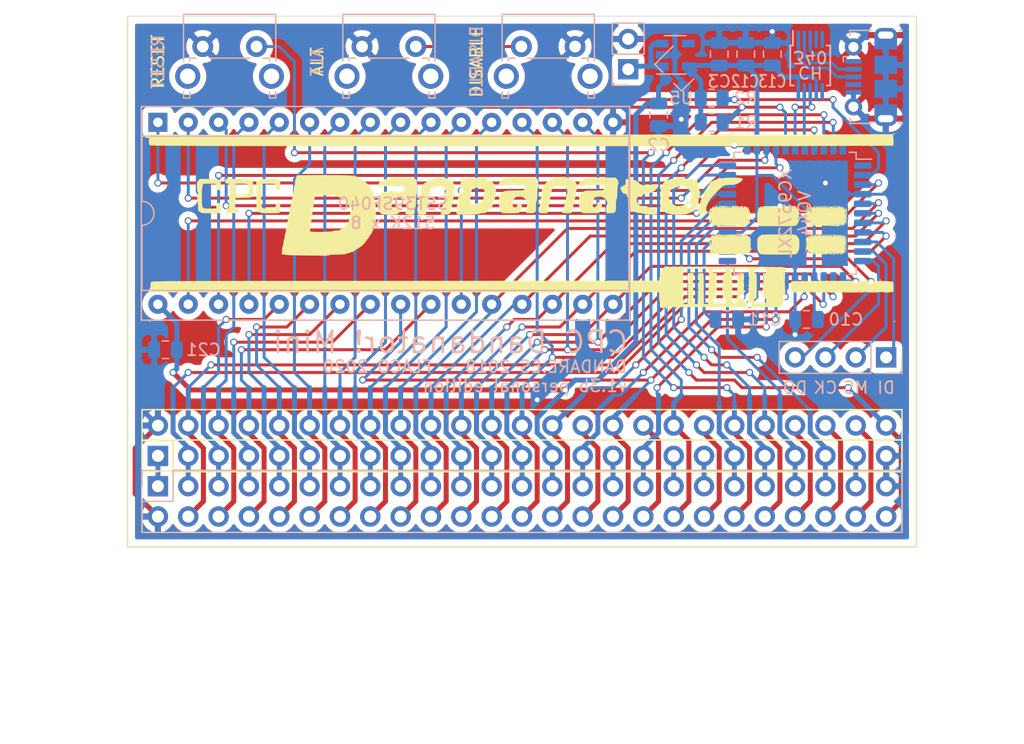
<source format=kicad_pcb>
(kicad_pcb (version 20171130) (host pcbnew 5.1.8-db9833491~88~ubuntu20.04.1)
  (title_block (title "CPC Dandanator personal edition") (date 2020-04-11) (rev "v1.3b modified") (company "FLACO 2019-2020, licence of this PCB is CC-BY-NC-SA"))
  (layers (0 F.Cu signal) (31 B.Cu signal) (34 B.Paste user) (35 F.Paste user) (36 B.SilkS user) (37 F.SilkS user) (38 B.Mask user) (39 F.Mask user) (44 Edge.Cuts user))
  (net 0 "")
  (net 1 GND)
  (net 2 +5V)
  (net 3 +3V3)
  (net 4 /ROMDIS)
  (net 5 /CLK4)
  (net 6 /EXP)
  (net 7 /LPEN)
  (net 8 /CURSOR)
  (net 9 /RAMDIS)
  (net 10 /RAMRD)
  (net 11 /ROMEN)
  (net 12 /RESET)
  (net 13 /BRST)
  (net 14 /READY)
  (net 15 /BUSAK)
  (net 16 /BUSRQ)
  (net 17 /NMI)
  (net 18 /INT)
  (net 19 /HALT)
  (net 20 /WR)
  (net 21 /RD)
  (net 22 /IORQ)
  (net 23 /RFSH)
  (net 24 /M1)
  (net 25 /MREQ)
  (net 26 /D0)
  (net 27 /D1)
  (net 28 /D2)
  (net 29 /D3)
  (net 30 /D4)
  (net 31 /D5)
  (net 32 /D6)
  (net 33 /D7)
  (net 34 /A0)
  (net 35 /A1)
  (net 36 /A2)
  (net 37 /A3)
  (net 38 /A4)
  (net 39 /A5)
  (net 40 /A6)
  (net 41 /A7)
  (net 42 /A8)
  (net 43 /A9)
  (net 44 /A10)
  (net 45 /A11)
  (net 46 /A12)
  (net 47 /A13)
  (net 48 /A14)
  (net 49 /A15)
  (net 50 /SOUND)
  (net 51 /TDO)
  (net 52 /TCK)
  (net 53 /TMS)
  (net 54 /TDI)
  (net 55 /ROMA18)
  (net 56 /ROMA17)
  (net 57 /ROMA16)
  (net 58 /ROMA15)
  (net 59 /ROMA14)
  (net 60 /ROMCE)
  (net 61 /ROMWE)
  (net 62 /BUTTON)
  (net 63 /BUTTON2)
  (net 64 /RXD)
  (net 65 /TXD)
  (net 66 /D+)
  (net 67 "Net-(J5-Pad4)")
  (net 68 "Net-(J5-Pad1)")
  (net 69 /D-)
  (net 70 "Net-(U1-Pad44)")
  (net 71 "Net-(U1-Pad1)")
  (net 72 "Net-(U5-Pad4)")
  (net 73 "Net-(U12-Pad6)")
  (net 74 "Net-(U12-Pad5)")
  (net 75 "Net-(U12-Pad4)")
  (module Sassa:PIC_Dandanator_FS_B (layer F.Cu) (at 104.14 140.9065)
    (fp_text reference FID1 hide)
    (fp_text value Logo hide)
  )
  (module Button_Switch_THT:SW_Tactile_SPST_Angled_PTS645Vx39-2LFS (layer B.Cu) (at 108.585 125.73 180)
    (fp_text reference SW4 hide)
    (fp_text value DISABLE)
    (pad "" thru_hole circle (at -1.25 -2.49 180) (size 2.1 2.1) (drill 1.3) (layers *.Cu *.Mask))
    (pad 1 thru_hole circle (at 0 0 180) (size 1.75 1.75) (drill 0.99) (layers *.Cu *.Mask) (net 1 GND))
    (pad 2 thru_hole circle (at 4.5 0 180) (size 1.75 1.75) (drill 0.99) (layers *.Cu *.Mask) (net 63 /BUTTON2))
    (pad "" thru_hole circle (at 5.76 -2.49 180) (size 2.1 2.1) (drill 1.3) (layers *.Cu *.Mask))
  )
  (module Button_Switch_THT:SW_Tactile_SPST_Angled_PTS645Vx39-2LFS (layer B.Cu) (at 95.25 125.73 180)
    (fp_text reference SW3 hide)
    (fp_text value ALTERNATE)
    (pad "" thru_hole circle (at -1.25 -2.49 180) (size 2.1 2.1) (drill 1.3) (layers *.Cu *.Mask))
    (pad 1 thru_hole circle (at 0 0 180) (size 1.75 1.75) (drill 0.99) (layers *.Cu *.Mask) (net 62 /BUTTON))
    (pad 2 thru_hole circle (at 4.5 0 180) (size 1.75 1.75) (drill 0.99) (layers *.Cu *.Mask) (net 1 GND))
    (pad "" thru_hole circle (at 5.76 -2.49 180) (size 2.1 2.1) (drill 1.3) (layers *.Cu *.Mask))
  )
  (module Button_Switch_THT:SW_Tactile_SPST_Angled_PTS645Vx39-2LFS (layer B.Cu) (at 81.915 125.73 180)
    (fp_text reference SW1 hide)
    (fp_text value RESET)
    (pad "" thru_hole circle (at -1.25 -2.49 180) (size 2.1 2.1) (drill 1.3) (layers *.Cu *.Mask))
    (pad 1 thru_hole circle (at 0 0 180) (size 1.75 1.75) (drill 0.99) (layers *.Cu *.Mask) (net 13 /BRST))
    (pad 2 thru_hole circle (at 4.5 0 180) (size 1.75 1.75) (drill 0.99) (layers *.Cu *.Mask) (net 1 GND))
    (pad "" thru_hole circle (at 5.76 -2.49 180) (size 2.1 2.1) (drill 1.3) (layers *.Cu *.Mask))
  )
  (module Package_SO:MSOP-10_3x3mm_P0.5mm (layer B.Cu) (at 128.27 127.3175 270)
    (fp_text reference U12 hide)
    (fp_text value CH340E)
    (pad 10 smd rect (at 2.2 1 270) (size 1.4 0.3) (layers B.Cu B.Paste B.Mask) (net 3 +3V3))
    (pad 9 smd rect (at 2.2 0.5 270) (size 1.4 0.3) (layers B.Cu B.Paste B.Mask) (net 64 /RXD))
    (pad 8 smd rect (at 2.2 0 270) (size 1.4 0.3) (layers B.Cu B.Paste B.Mask) (net 65 /TXD))
    (pad 7 smd rect (at 2.2 -0.5 270) (size 1.4 0.3) (layers B.Cu B.Paste B.Mask) (net 3 +3V3))
    (pad 6 smd rect (at 2.2 -1 270) (size 1.4 0.3) (layers B.Cu B.Paste B.Mask) (net 73 "Net-(U12-Pad6)"))
    (pad 5 smd rect (at -2.2 -1 270) (size 1.4 0.3) (layers B.Cu B.Paste B.Mask) (net 74 "Net-(U12-Pad5)"))
    (pad 4 smd rect (at -2.2 -0.5 270) (size 1.4 0.3) (layers B.Cu B.Paste B.Mask) (net 75 "Net-(U12-Pad4)"))
    (pad 3 smd rect (at -2.2 0 270) (size 1.4 0.3) (layers B.Cu B.Paste B.Mask) (net 1 GND))
    (pad 2 smd rect (at -2.2 0.5 270) (size 1.4 0.3) (layers B.Cu B.Paste B.Mask) (net 69 /D-))
    (pad 1 smd rect (at -2.2 1 270) (size 1.4 0.3) (layers B.Cu B.Paste B.Mask) (net 66 /D+))
  )
  (module Package_TO_SOT_SMD:SOT-23 (layer B.Cu) (at 116.9162 127.8001 225)
    (fp_text reference U15 hide)
    (fp_text value XC6206PxxxMR)
    (pad 3 smd rect (at 1 0 225) (size 0.9 0.8) (layers B.Cu B.Paste B.Mask) (net 2 +5V))
    (pad 2 smd rect (at -1 -0.95 225) (size 0.9 0.8) (layers B.Cu B.Paste B.Mask) (net 3 +3V3))
    (pad 1 smd rect (at -1 0.95 225) (size 0.9 0.8) (layers B.Cu B.Paste B.Mask) (net 1 GND))
  )
  (module Package_TO_SOT_SMD:SOT-23-5 (layer B.Cu) (at 116.967 126.4285)
    (fp_text reference U5 (at 0.508 3.6195 unlocked) (layer B.SilkS) (effects (justify mirror)))
    (fp_text value SPX3819M5-L-3-3)
    (pad 5 smd rect (at 1.1 0.95) (size 1.06 0.65) (layers B.Cu B.Paste B.Mask) (net 3 +3V3))
    (pad 4 smd rect (at 1.1 -0.95) (size 1.06 0.65) (layers B.Cu B.Paste B.Mask) (net 72 "Net-(U5-Pad4)"))
    (pad 3 smd rect (at -1.1 -0.95) (size 1.06 0.65) (layers B.Cu B.Paste B.Mask) (net 2 +5V))
    (pad 2 smd rect (at -1.1 0) (size 1.06 0.65) (layers B.Cu B.Paste B.Mask) (net 1 GND))
    (pad 1 smd rect (at -1.1 0.95) (size 1.06 0.65) (layers B.Cu B.Paste B.Mask) (net 2 +5V))
  )
  (module Package_DIP:DIP-32_W15.24mm_Socket (layer B.Cu) (at 73.66 132.08 270)
    (fp_text reference U3 hide)
    (fp_text value 29C040)
    (pad 32 thru_hole oval (at 15.24 0 270) (size 1.6 1.6) (drill 0.8) (layers *.Cu *.Mask) (net 2 +5V))
    (pad 16 thru_hole oval (at 0 -38.1 270) (size 1.6 1.6) (drill 0.8) (layers *.Cu *.Mask) (net 1 GND))
    (pad 31 thru_hole oval (at 15.24 -2.54 270) (size 1.6 1.6) (drill 0.8) (layers *.Cu *.Mask) (net 61 /ROMWE))
    (pad 15 thru_hole oval (at 0 -35.56 270) (size 1.6 1.6) (drill 0.8) (layers *.Cu *.Mask) (net 28 /D2))
    (pad 30 thru_hole oval (at 15.24 -5.08 270) (size 1.6 1.6) (drill 0.8) (layers *.Cu *.Mask) (net 56 /ROMA17))
    (pad 14 thru_hole oval (at 0 -33.02 270) (size 1.6 1.6) (drill 0.8) (layers *.Cu *.Mask) (net 27 /D1))
    (pad 29 thru_hole oval (at 15.24 -7.62 270) (size 1.6 1.6) (drill 0.8) (layers *.Cu *.Mask) (net 59 /ROMA14))
    (pad 13 thru_hole oval (at 0 -30.48 270) (size 1.6 1.6) (drill 0.8) (layers *.Cu *.Mask) (net 26 /D0))
    (pad 28 thru_hole oval (at 15.24 -10.16 270) (size 1.6 1.6) (drill 0.8) (layers *.Cu *.Mask) (net 47 /A13))
    (pad 12 thru_hole oval (at 0 -27.94 270) (size 1.6 1.6) (drill 0.8) (layers *.Cu *.Mask) (net 34 /A0))
    (pad 27 thru_hole oval (at 15.24 -12.7 270) (size 1.6 1.6) (drill 0.8) (layers *.Cu *.Mask) (net 42 /A8))
    (pad 11 thru_hole oval (at 0 -25.4 270) (size 1.6 1.6) (drill 0.8) (layers *.Cu *.Mask) (net 35 /A1))
    (pad 26 thru_hole oval (at 15.24 -15.24 270) (size 1.6 1.6) (drill 0.8) (layers *.Cu *.Mask) (net 43 /A9))
    (pad 10 thru_hole oval (at 0 -22.86 270) (size 1.6 1.6) (drill 0.8) (layers *.Cu *.Mask) (net 36 /A2))
    (pad 25 thru_hole oval (at 15.24 -17.78 270) (size 1.6 1.6) (drill 0.8) (layers *.Cu *.Mask) (net 45 /A11))
    (pad 9 thru_hole oval (at 0 -20.32 270) (size 1.6 1.6) (drill 0.8) (layers *.Cu *.Mask) (net 37 /A3))
    (pad 24 thru_hole oval (at 15.24 -20.32 270) (size 1.6 1.6) (drill 0.8) (layers *.Cu *.Mask) (net 21 /RD))
    (pad 8 thru_hole oval (at 0 -17.78 270) (size 1.6 1.6) (drill 0.8) (layers *.Cu *.Mask) (net 38 /A4))
    (pad 23 thru_hole oval (at 15.24 -22.86 270) (size 1.6 1.6) (drill 0.8) (layers *.Cu *.Mask) (net 44 /A10))
    (pad 7 thru_hole oval (at 0 -15.24 270) (size 1.6 1.6) (drill 0.8) (layers *.Cu *.Mask) (net 39 /A5))
    (pad 22 thru_hole oval (at 15.24 -25.4 270) (size 1.6 1.6) (drill 0.8) (layers *.Cu *.Mask) (net 60 /ROMCE))
    (pad 6 thru_hole oval (at 0 -12.7 270) (size 1.6 1.6) (drill 0.8) (layers *.Cu *.Mask) (net 40 /A6))
    (pad 21 thru_hole oval (at 15.24 -27.94 270) (size 1.6 1.6) (drill 0.8) (layers *.Cu *.Mask) (net 33 /D7))
    (pad 5 thru_hole oval (at 0 -10.16 270) (size 1.6 1.6) (drill 0.8) (layers *.Cu *.Mask) (net 41 /A7))
    (pad 20 thru_hole oval (at 15.24 -30.48 270) (size 1.6 1.6) (drill 0.8) (layers *.Cu *.Mask) (net 32 /D6))
    (pad 4 thru_hole oval (at 0 -7.62 270) (size 1.6 1.6) (drill 0.8) (layers *.Cu *.Mask) (net 46 /A12))
    (pad 19 thru_hole oval (at 15.24 -33.02 270) (size 1.6 1.6) (drill 0.8) (layers *.Cu *.Mask) (net 31 /D5))
    (pad 3 thru_hole oval (at 0 -5.08 270) (size 1.6 1.6) (drill 0.8) (layers *.Cu *.Mask) (net 58 /ROMA15))
    (pad 18 thru_hole oval (at 15.24 -35.56 270) (size 1.6 1.6) (drill 0.8) (layers *.Cu *.Mask) (net 30 /D4))
    (pad 2 thru_hole oval (at 0 -2.54 270) (size 1.6 1.6) (drill 0.8) (layers *.Cu *.Mask) (net 57 /ROMA16))
    (pad 17 thru_hole oval (at 15.24 -38.1 270) (size 1.6 1.6) (drill 0.8) (layers *.Cu *.Mask) (net 29 /D3))
    (pad 1 thru_hole rect (at 0 0 270) (size 1.6 1.6) (drill 0.8) (layers *.Cu *.Mask) (net 55 /ROMA18))
  )
  (module Capacitor_SMD:C_0805_2012Metric (layer B.Cu) (at 74.295 151.13 180)
    (fp_text reference C21 (at -3.175 0 unlocked) (layer B.SilkS) (effects (justify mirror)))
    (fp_text value 100n)
    (pad 2 smd roundrect (at 0.95 0 180) (size 1 1.45) (layers B.Cu B.Paste B.Mask) (net 1 GND))
    (pad 1 smd roundrect (at -0.95 0 180) (size 1 1.45) (layers B.Cu B.Paste B.Mask) (net 2 +5V))
  )
  (module Capacitor_SMD:C_0805_2012Metric (layer B.Cu) (at 125.095 126.365 90)
    (fp_text reference C13 (at -2.286 0 unlocked) (layer B.SilkS) (effects (font (size 1 0.8)) (justify mirror)))
    (fp_text value 100n)
    (pad 2 smd roundrect (at 0.95 0 90) (size 1 1.45) (layers B.Cu B.Paste B.Mask) (net 1 GND))
    (pad 1 smd roundrect (at -0.95 0 90) (size 1 1.45) (layers B.Cu B.Paste B.Mask) (net 3 +3V3))
  )
  (module Capacitor_SMD:C_0805_2012Metric (layer B.Cu) (at 122.8725 126.365 90)
    (fp_text reference C12 (at -2.286 -0.0635 unlocked) (layer B.SilkS) (effects (font (size 1 0.8)) (justify mirror)))
    (fp_text value 100n)
    (pad 2 smd roundrect (at 0.95 0 90) (size 1 1.45) (layers B.Cu B.Paste B.Mask) (net 1 GND))
    (pad 1 smd roundrect (at -0.95 0 90) (size 1 1.45) (layers B.Cu B.Paste B.Mask) (net 3 +3V3))
  )
  (module Capacitor_SMD:C_0805_2012Metric (layer B.Cu) (at 121.285 148.59)
    (fp_text reference C11 (at 3.175 0 unlocked) (layer B.SilkS) (effects (justify mirror)))
    (fp_text value 100n)
    (pad 2 smd roundrect (at 0.95 0) (size 1 1.45) (layers B.Cu B.Paste B.Mask) (net 1 GND))
    (pad 1 smd roundrect (at -0.95 0) (size 1 1.45) (layers B.Cu B.Paste B.Mask) (net 3 +3V3))
  )
  (module Capacitor_SMD:C_0805_2012Metric (layer B.Cu) (at 127.955 148.59 180)
    (fp_text reference C10 (at -3.2995 0 unlocked) (layer B.SilkS) (effects (justify mirror)))
    (fp_text value 100n)
    (pad 2 smd roundrect (at 0.95 0 180) (size 1 1.45) (layers B.Cu B.Paste B.Mask) (net 1 GND))
    (pad 1 smd roundrect (at -0.95 0 180) (size 1 1.45) (layers B.Cu B.Paste B.Mask) (net 3 +3V3))
  )
  (module Capacitor_SMD:C_0805_2012Metric (layer B.Cu) (at 120.65 126.365 90)
    (fp_text reference C3 (at -2.286 0 unlocked) (layer B.SilkS) (effects (justify mirror)))
    (fp_text value 10uF)
    (pad 2 smd roundrect (at 0.95 0 90) (size 1 1.45) (layers B.Cu B.Paste B.Mask) (net 1 GND))
    (pad 1 smd roundrect (at -0.95 0 90) (size 1 1.45) (layers B.Cu B.Paste B.Mask) (net 3 +3V3))
  )
  (module Capacitor_SMD:C_0805_2012Metric (layer B.Cu) (at 115.57 131.445 270)
    (fp_text reference C2 (at 2.54 0 unlocked) (layer B.SilkS) (effects (justify mirror)))
    (fp_text value 10uF)
    (pad 2 smd roundrect (at 0.95 0 270) (size 1 1.45) (layers B.Cu B.Paste B.Mask) (net 1 GND))
    (pad 1 smd roundrect (at -0.95 0 270) (size 1 1.45) (layers B.Cu B.Paste B.Mask) (net 2 +5V))
  )
  (module Package_QFP:LQFP-44_10x10mm_P0.8mm (layer B.Cu) (at 127 139.7 180)
    (fp_text reference U1 hide)
    (fp_text value XC9572XL-VQ44)
    (pad 44 smd roundrect (at -4 5.6625 180) (size 0.55 1.475) (layers B.Cu B.Paste B.Mask) (net 70 "Net-(U1-Pad44)"))
    (pad 43 smd roundrect (at -3.2 5.6625 180) (size 0.55 1.475) (layers B.Cu B.Paste B.Mask) (net 5 /CLK4))
    (pad 42 smd roundrect (at -2.4 5.6625 180) (size 0.55 1.475) (layers B.Cu B.Paste B.Mask) (net 17 /NMI))
    (pad 41 smd roundrect (at -1.6 5.6625 180) (size 0.55 1.475) (layers B.Cu B.Paste B.Mask) (net 11 /ROMEN))
    (pad 40 smd roundrect (at -0.8 5.6625 180) (size 0.55 1.475) (layers B.Cu B.Paste B.Mask) (net 64 /RXD))
    (pad 39 smd roundrect (at 0 5.6625 180) (size 0.55 1.475) (layers B.Cu B.Paste B.Mask) (net 65 /TXD))
    (pad 38 smd roundrect (at 0.8 5.6625 180) (size 0.55 1.475) (layers B.Cu B.Paste B.Mask) (net 62 /BUTTON))
    (pad 37 smd roundrect (at 1.6 5.6625 180) (size 0.55 1.475) (layers B.Cu B.Paste B.Mask) (net 60 /ROMCE))
    (pad 36 smd roundrect (at 2.4 5.6625 180) (size 0.55 1.475) (layers B.Cu B.Paste B.Mask) (net 55 /ROMA18))
    (pad 35 smd roundrect (at 3.2 5.6625 180) (size 0.55 1.475) (layers B.Cu B.Paste B.Mask) (net 3 +3V3))
    (pad 34 smd roundrect (at 4 5.6625 180) (size 0.55 1.475) (layers B.Cu B.Paste B.Mask) (net 56 /ROMA17))
    (pad 33 smd roundrect (at 5.6625 4 180) (size 1.475 0.55) (layers B.Cu B.Paste B.Mask) (net 12 /RESET))
    (pad 32 smd roundrect (at 5.6625 3.2 180) (size 1.475 0.55) (layers B.Cu B.Paste B.Mask) (net 57 /ROMA16))
    (pad 31 smd roundrect (at 5.6625 2.4 180) (size 1.475 0.55) (layers B.Cu B.Paste B.Mask) (net 58 /ROMA15))
    (pad 30 smd roundrect (at 5.6625 1.6 180) (size 1.475 0.55) (layers B.Cu B.Paste B.Mask) (net 59 /ROMA14))
    (pad 29 smd roundrect (at 5.6625 0.8 180) (size 1.475 0.55) (layers B.Cu B.Paste B.Mask) (net 25 /MREQ))
    (pad 28 smd roundrect (at 5.6625 0 180) (size 1.475 0.55) (layers B.Cu B.Paste B.Mask) (net 9 /RAMDIS))
    (pad 27 smd roundrect (at 5.6625 -0.8 180) (size 1.475 0.55) (layers B.Cu B.Paste B.Mask) (net 14 /READY))
    (pad 26 smd roundrect (at 5.6625 -1.6 180) (size 1.475 0.55) (layers B.Cu B.Paste B.Mask) (net 3 +3V3))
    (pad 25 smd roundrect (at 5.6625 -2.4 180) (size 1.475 0.55) (layers B.Cu B.Paste B.Mask) (net 1 GND))
    (pad 24 smd roundrect (at 5.6625 -3.2 180) (size 1.475 0.55) (layers B.Cu B.Paste B.Mask) (net 51 /TDO))
    (pad 23 smd roundrect (at 5.6625 -4 180) (size 1.475 0.55) (layers B.Cu B.Paste B.Mask) (net 4 /ROMDIS))
    (pad 22 smd roundrect (at 4 -5.6625 180) (size 0.55 1.475) (layers B.Cu B.Paste B.Mask) (net 48 /A14))
    (pad 21 smd roundrect (at 3.2 -5.6625 180) (size 0.55 1.475) (layers B.Cu B.Paste B.Mask) (net 49 /A15))
    (pad 20 smd roundrect (at 2.4 -5.6625 180) (size 0.55 1.475) (layers B.Cu B.Paste B.Mask) (net 20 /WR))
    (pad 19 smd roundrect (at 1.6 -5.6625 180) (size 0.55 1.475) (layers B.Cu B.Paste B.Mask) (net 21 /RD))
    (pad 18 smd roundrect (at 0.8 -5.6625 180) (size 0.55 1.475) (layers B.Cu B.Paste B.Mask) (net 26 /D0))
    (pad 17 smd roundrect (at 0 -5.6625 180) (size 0.55 1.475) (layers B.Cu B.Paste B.Mask) (net 1 GND))
    (pad 16 smd roundrect (at -0.8 -5.6625 180) (size 0.55 1.475) (layers B.Cu B.Paste B.Mask) (net 24 /M1))
    (pad 15 smd roundrect (at -1.6 -5.6625 180) (size 0.55 1.475) (layers B.Cu B.Paste B.Mask) (net 3 +3V3))
    (pad 14 smd roundrect (at -2.4 -5.6625 180) (size 0.55 1.475) (layers B.Cu B.Paste B.Mask) (net 27 /D1))
    (pad 13 smd roundrect (at -3.2 -5.6625 180) (size 0.55 1.475) (layers B.Cu B.Paste B.Mask) (net 28 /D2))
    (pad 12 smd roundrect (at -4 -5.6625 180) (size 0.55 1.475) (layers B.Cu B.Paste B.Mask) (net 29 /D3))
    (pad 11 smd roundrect (at -5.6625 -4 180) (size 1.475 0.55) (layers B.Cu B.Paste B.Mask) (net 52 /TCK))
    (pad 10 smd roundrect (at -5.6625 -3.2 180) (size 1.475 0.55) (layers B.Cu B.Paste B.Mask) (net 53 /TMS))
    (pad 9 smd roundrect (at -5.6625 -2.4 180) (size 1.475 0.55) (layers B.Cu B.Paste B.Mask) (net 54 /TDI))
    (pad 8 smd roundrect (at -5.6625 -1.6 180) (size 1.475 0.55) (layers B.Cu B.Paste B.Mask) (net 30 /D4))
    (pad 7 smd roundrect (at -5.6625 -0.8 180) (size 1.475 0.55) (layers B.Cu B.Paste B.Mask) (net 31 /D5))
    (pad 6 smd roundrect (at -5.6625 0 180) (size 1.475 0.55) (layers B.Cu B.Paste B.Mask) (net 32 /D6))
    (pad 5 smd roundrect (at -5.6625 0.8 180) (size 1.475 0.55) (layers B.Cu B.Paste B.Mask) (net 33 /D7))
    (pad 4 smd roundrect (at -5.6625 1.6 180) (size 1.475 0.55) (layers B.Cu B.Paste B.Mask) (net 1 GND))
    (pad 3 smd roundrect (at -5.6625 2.4 180) (size 1.475 0.55) (layers B.Cu B.Paste B.Mask) (net 61 /ROMWE))
    (pad 2 smd roundrect (at -5.6625 3.2 180) (size 1.475 0.55) (layers B.Cu B.Paste B.Mask) (net 63 /BUTTON2))
    (pad 1 smd roundrect (at -5.6625 4 180) (size 1.475 0.55) (layers B.Cu B.Paste B.Mask) (net 71 "Net-(U1-Pad1)"))
  )
  (module Connector_PinHeader_2.54mm:PinHeader_1x02_P2.54mm_Vertical (layer B.Cu) (at 113.03 127.635)
    (fp_text reference J3 hide)
    (fp_text value POWER)
    (pad 2 thru_hole oval (at 0 -2.54) (size 1.7 1.7) (drill 1) (layers *.Cu *.Mask) (net 1 GND))
    (pad 1 thru_hole rect (at 0 0) (size 1.7 1.7) (drill 1) (layers *.Cu *.Mask) (net 2 +5V))
  )
  (module Connector_USB:USB_Micro-B_Molex-105017-0001 (layer B.Cu) (at 133.35 128.27 270)
    (fp_text reference J5 hide)
    (fp_text value USB_B_Micro)
    (pad 6 smd rect (at -2.9 -1.2375 270) (size 1.2 1.9) (layers B.Cu B.Mask) (net 1 GND))
    (pad 6 smd rect (at 2.9 -1.2375 270) (size 1.2 1.9) (layers B.Cu B.Mask) (net 1 GND))
    (pad 6 thru_hole oval (at 3.5 -1.2375 270) (size 1.2 1.9) (drill oval 0.6 1.3) (layers *.Cu *.Mask) (net 1 GND))
    (pad 6 thru_hole oval (at -3.5 -1.2375 90) (size 1.2 1.9) (drill oval 0.6 1.3) (layers *.Cu *.Mask) (net 1 GND))
    (pad 6 smd rect (at -1 -1.2375 270) (size 1.5 1.9) (layers B.Cu B.Paste B.Mask) (net 1 GND))
    (pad 6 thru_hole circle (at 2.5 1.4625 270) (size 1.45 1.45) (drill 0.85) (layers *.Cu *.Mask) (net 1 GND))
    (pad 3 smd rect (at 0 1.4625 270) (size 0.4 1.35) (layers B.Cu B.Paste B.Mask) (net 66 /D+))
    (pad 4 smd rect (at 0.65 1.4625 270) (size 0.4 1.35) (layers B.Cu B.Paste B.Mask) (net 67 "Net-(J5-Pad4)"))
    (pad 5 smd rect (at 1.3 1.4625 270) (size 0.4 1.35) (layers B.Cu B.Paste B.Mask) (net 1 GND))
    (pad 1 smd rect (at -1.3 1.4625 270) (size 0.4 1.35) (layers B.Cu B.Paste B.Mask) (net 68 "Net-(J5-Pad1)"))
    (pad 2 smd rect (at -0.65 1.4625 270) (size 0.4 1.35) (layers B.Cu B.Paste B.Mask) (net 69 /D-))
    (pad 6 thru_hole circle (at -2.5 1.4625 270) (size 1.45 1.45) (drill 0.85) (layers *.Cu *.Mask) (net 1 GND))
    (pad 6 smd rect (at 1 -1.2375 270) (size 1.5 1.9) (layers B.Cu B.Paste B.Mask) (net 1 GND))
  )
  (module Resistor_SMD:R_0805_2012Metric (layer B.Cu) (at 120.015 132.08)
    (fp_text reference R1 (at 2.8575 0 unlocked) (layer B.SilkS) (effects (justify mirror)))
    (fp_text value 10k)
    (pad 2 smd roundrect (at 0.9125 0) (size 1.025 1.4) (layers B.Cu B.Paste B.Mask) (roundrect_rratio 0.243902) (net 62 /BUTTON))
    (pad 1 smd roundrect (at -0.9125 0) (size 1.025 1.4) (layers B.Cu B.Paste B.Mask) (roundrect_rratio 0.243902) (net 3 +3V3))
  )
  (module Resistor_SMD:R_0805_2012Metric (layer B.Cu) (at 120.015 130.048)
    (fp_text reference R2 (at 2.8575 0 unlocked) (layer B.SilkS) (effects (justify mirror)))
    (fp_text value 10k)
    (pad 2 smd roundrect (at 0.9125 0) (size 1.025 1.4) (layers B.Cu B.Paste B.Mask) (roundrect_rratio 0.243902) (net 63 /BUTTON2))
    (pad 1 smd roundrect (at -0.9125 0) (size 1.025 1.4) (layers B.Cu B.Paste B.Mask) (roundrect_rratio 0.243902) (net 3 +3V3))
  )
  (module Connector_PinHeader_2.54mm:PinHeader_2x25_P2.54mm_Vertical (layer B.Cu) (at 73.66 162.56 270)
    (fp_text reference J9 hide)
    (fp_text value "FROM EXPANSION")
    (pad 50 thru_hole oval (at 2.54 -60.96 270) (size 1.7 1.7) (drill 1) (layers *.Cu *.Mask) (net 5 /CLK4))
    (pad 49 thru_hole oval (at 0 -60.96 270) (size 1.7 1.7) (drill 1) (layers *.Cu *.Mask) (net 1 GND))
    (pad 48 thru_hole oval (at 2.54 -58.42 270) (size 1.7 1.7) (drill 1) (layers *.Cu *.Mask) (net 6 /EXP))
    (pad 47 thru_hole oval (at 0 -58.42 270) (size 1.7 1.7) (drill 1) (layers *.Cu *.Mask) (net 7 /LPEN))
    (pad 46 thru_hole oval (at 2.54 -55.88 270) (size 1.7 1.7) (drill 1) (layers *.Cu *.Mask) (net 8 /CURSOR))
    (pad 45 thru_hole oval (at 0 -55.88 270) (size 1.7 1.7) (drill 1) (layers *.Cu *.Mask) (net 9 /RAMDIS))
    (pad 44 thru_hole oval (at 2.54 -53.34 270) (size 1.7 1.7) (drill 1) (layers *.Cu *.Mask) (net 10 /RAMRD))
    (pad 43 thru_hole oval (at 0 -53.34 270) (size 1.7 1.7) (drill 1) (layers *.Cu *.Mask) (net 4 /ROMDIS))
    (pad 42 thru_hole oval (at 2.54 -50.8 270) (size 1.7 1.7) (drill 1) (layers *.Cu *.Mask) (net 11 /ROMEN))
    (pad 41 thru_hole oval (at 0 -50.8 270) (size 1.7 1.7) (drill 1) (layers *.Cu *.Mask) (net 12 /RESET))
    (pad 40 thru_hole oval (at 2.54 -48.26 270) (size 1.7 1.7) (drill 1) (layers *.Cu *.Mask) (net 13 /BRST))
    (pad 39 thru_hole oval (at 0 -48.26 270) (size 1.7 1.7) (drill 1) (layers *.Cu *.Mask) (net 14 /READY))
    (pad 38 thru_hole oval (at 2.54 -45.72 270) (size 1.7 1.7) (drill 1) (layers *.Cu *.Mask) (net 15 /BUSAK))
    (pad 37 thru_hole oval (at 0 -45.72 270) (size 1.7 1.7) (drill 1) (layers *.Cu *.Mask) (net 16 /BUSRQ))
    (pad 36 thru_hole oval (at 2.54 -43.18 270) (size 1.7 1.7) (drill 1) (layers *.Cu *.Mask) (net 17 /NMI))
    (pad 35 thru_hole oval (at 0 -43.18 270) (size 1.7 1.7) (drill 1) (layers *.Cu *.Mask) (net 18 /INT))
    (pad 34 thru_hole oval (at 2.54 -40.64 270) (size 1.7 1.7) (drill 1) (layers *.Cu *.Mask) (net 19 /HALT))
    (pad 33 thru_hole oval (at 0 -40.64 270) (size 1.7 1.7) (drill 1) (layers *.Cu *.Mask) (net 20 /WR))
    (pad 32 thru_hole oval (at 2.54 -38.1 270) (size 1.7 1.7) (drill 1) (layers *.Cu *.Mask) (net 21 /RD))
    (pad 31 thru_hole oval (at 0 -38.1 270) (size 1.7 1.7) (drill 1) (layers *.Cu *.Mask) (net 22 /IORQ))
    (pad 30 thru_hole oval (at 2.54 -35.56 270) (size 1.7 1.7) (drill 1) (layers *.Cu *.Mask) (net 23 /RFSH))
    (pad 29 thru_hole oval (at 0 -35.56 270) (size 1.7 1.7) (drill 1) (layers *.Cu *.Mask) (net 24 /M1))
    (pad 28 thru_hole oval (at 2.54 -33.02 270) (size 1.7 1.7) (drill 1) (layers *.Cu *.Mask) (net 25 /MREQ))
    (pad 27 thru_hole oval (at 0 -33.02 270) (size 1.7 1.7) (drill 1) (layers *.Cu *.Mask) (net 2 +5V))
    (pad 26 thru_hole oval (at 2.54 -30.48 270) (size 1.7 1.7) (drill 1) (layers *.Cu *.Mask) (net 26 /D0))
    (pad 25 thru_hole oval (at 0 -30.48 270) (size 1.7 1.7) (drill 1) (layers *.Cu *.Mask) (net 27 /D1))
    (pad 24 thru_hole oval (at 2.54 -27.94 270) (size 1.7 1.7) (drill 1) (layers *.Cu *.Mask) (net 28 /D2))
    (pad 23 thru_hole oval (at 0 -27.94 270) (size 1.7 1.7) (drill 1) (layers *.Cu *.Mask) (net 29 /D3))
    (pad 22 thru_hole oval (at 2.54 -25.4 270) (size 1.7 1.7) (drill 1) (layers *.Cu *.Mask) (net 30 /D4))
    (pad 21 thru_hole oval (at 0 -25.4 270) (size 1.7 1.7) (drill 1) (layers *.Cu *.Mask) (net 31 /D5))
    (pad 20 thru_hole oval (at 2.54 -22.86 270) (size 1.7 1.7) (drill 1) (layers *.Cu *.Mask) (net 32 /D6))
    (pad 19 thru_hole oval (at 0 -22.86 270) (size 1.7 1.7) (drill 1) (layers *.Cu *.Mask) (net 33 /D7))
    (pad 18 thru_hole oval (at 2.54 -20.32 270) (size 1.7 1.7) (drill 1) (layers *.Cu *.Mask) (net 34 /A0))
    (pad 17 thru_hole oval (at 0 -20.32 270) (size 1.7 1.7) (drill 1) (layers *.Cu *.Mask) (net 35 /A1))
    (pad 16 thru_hole oval (at 2.54 -17.78 270) (size 1.7 1.7) (drill 1) (layers *.Cu *.Mask) (net 36 /A2))
    (pad 15 thru_hole oval (at 0 -17.78 270) (size 1.7 1.7) (drill 1) (layers *.Cu *.Mask) (net 37 /A3))
    (pad 14 thru_hole oval (at 2.54 -15.24 270) (size 1.7 1.7) (drill 1) (layers *.Cu *.Mask) (net 38 /A4))
    (pad 13 thru_hole oval (at 0 -15.24 270) (size 1.7 1.7) (drill 1) (layers *.Cu *.Mask) (net 39 /A5))
    (pad 12 thru_hole oval (at 2.54 -12.7 270) (size 1.7 1.7) (drill 1) (layers *.Cu *.Mask) (net 40 /A6))
    (pad 11 thru_hole oval (at 0 -12.7 270) (size 1.7 1.7) (drill 1) (layers *.Cu *.Mask) (net 41 /A7))
    (pad 10 thru_hole oval (at 2.54 -10.16 270) (size 1.7 1.7) (drill 1) (layers *.Cu *.Mask) (net 42 /A8))
    (pad 9 thru_hole oval (at 0 -10.16 270) (size 1.7 1.7) (drill 1) (layers *.Cu *.Mask) (net 43 /A9))
    (pad 8 thru_hole oval (at 2.54 -7.62 270) (size 1.7 1.7) (drill 1) (layers *.Cu *.Mask) (net 44 /A10))
    (pad 7 thru_hole oval (at 0 -7.62 270) (size 1.7 1.7) (drill 1) (layers *.Cu *.Mask) (net 45 /A11))
    (pad 6 thru_hole oval (at 2.54 -5.08 270) (size 1.7 1.7) (drill 1) (layers *.Cu *.Mask) (net 46 /A12))
    (pad 5 thru_hole oval (at 0 -5.08 270) (size 1.7 1.7) (drill 1) (layers *.Cu *.Mask) (net 47 /A13))
    (pad 4 thru_hole oval (at 2.54 -2.54 270) (size 1.7 1.7) (drill 1) (layers *.Cu *.Mask) (net 48 /A14))
    (pad 3 thru_hole oval (at 0 -2.54 270) (size 1.7 1.7) (drill 1) (layers *.Cu *.Mask) (net 49 /A15))
    (pad 2 thru_hole oval (at 2.54 0 270) (size 1.7 1.7) (drill 1) (layers *.Cu *.Mask) (net 1 GND))
    (pad 1 thru_hole rect (at 0 0 270) (size 1.7 1.7) (drill 1) (layers *.Cu *.Mask) (net 50 /SOUND))
  )
  (module Sassa:CPC_ExpansionSocket_2x25_P2.54mm_5mm (layer F.Cu) (at 73.66 160.02 90)
    (fp_text reference J1 hide)
    (fp_text value "TO CPC CARD EDGE")
    (pad 50 thru_hole oval (at -5.08 60.96 90) (size 1.7 1.7) (drill 1) (layers *.Cu *.Mask) (net 5 /CLK4))
    (pad 49 thru_hole oval (at 0 60.96 90) (size 1.7 1.7) (drill 1) (layers *.Cu *.Mask) (net 1 GND))
    (pad 48 thru_hole oval (at -5.08 58.42 90) (size 1.7 1.7) (drill 1) (layers *.Cu *.Mask) (net 6 /EXP))
    (pad 47 thru_hole oval (at 0 58.42 90) (size 1.7 1.7) (drill 1) (layers *.Cu *.Mask) (net 7 /LPEN))
    (pad 46 thru_hole oval (at -5.08 55.88 90) (size 1.7 1.7) (drill 1) (layers *.Cu *.Mask) (net 8 /CURSOR))
    (pad 45 thru_hole oval (at 0 55.88 90) (size 1.7 1.7) (drill 1) (layers *.Cu *.Mask) (net 9 /RAMDIS))
    (pad 44 thru_hole oval (at -5.08 53.34 90) (size 1.7 1.7) (drill 1) (layers *.Cu *.Mask) (net 10 /RAMRD))
    (pad 43 thru_hole oval (at 0 53.34 90) (size 1.7 1.7) (drill 1) (layers *.Cu *.Mask) (net 4 /ROMDIS))
    (pad 42 thru_hole oval (at -5.08 50.8 90) (size 1.7 1.7) (drill 1) (layers *.Cu *.Mask) (net 11 /ROMEN))
    (pad 41 thru_hole oval (at 0 50.8 90) (size 1.7 1.7) (drill 1) (layers *.Cu *.Mask) (net 12 /RESET))
    (pad 40 thru_hole oval (at -5.08 48.26 90) (size 1.7 1.7) (drill 1) (layers *.Cu *.Mask) (net 13 /BRST))
    (pad 39 thru_hole oval (at 0 48.26 90) (size 1.7 1.7) (drill 1) (layers *.Cu *.Mask) (net 14 /READY))
    (pad 38 thru_hole oval (at -5.08 45.72 90) (size 1.7 1.7) (drill 1) (layers *.Cu *.Mask) (net 15 /BUSAK))
    (pad 37 thru_hole oval (at 0 45.72 90) (size 1.7 1.7) (drill 1) (layers *.Cu *.Mask) (net 16 /BUSRQ))
    (pad 36 thru_hole oval (at -5.08 43.18 90) (size 1.7 1.7) (drill 1) (layers *.Cu *.Mask) (net 17 /NMI))
    (pad 35 thru_hole oval (at 0 43.18 90) (size 1.7 1.7) (drill 1) (layers *.Cu *.Mask) (net 18 /INT))
    (pad 34 thru_hole oval (at -5.08 40.64 90) (size 1.7 1.7) (drill 1) (layers *.Cu *.Mask) (net 19 /HALT))
    (pad 33 thru_hole oval (at 0 40.64 90) (size 1.7 1.7) (drill 1) (layers *.Cu *.Mask) (net 20 /WR))
    (pad 32 thru_hole oval (at -5.08 38.1 90) (size 1.7 1.7) (drill 1) (layers *.Cu *.Mask) (net 21 /RD))
    (pad 31 thru_hole oval (at 0 38.1 90) (size 1.7 1.7) (drill 1) (layers *.Cu *.Mask) (net 22 /IORQ))
    (pad 30 thru_hole oval (at -5.08 35.56 90) (size 1.7 1.7) (drill 1) (layers *.Cu *.Mask) (net 23 /RFSH))
    (pad 29 thru_hole oval (at 0 35.56 90) (size 1.7 1.7) (drill 1) (layers *.Cu *.Mask) (net 24 /M1))
    (pad 28 thru_hole oval (at -5.08 33.02 90) (size 1.7 1.7) (drill 1) (layers *.Cu *.Mask) (net 25 /MREQ))
    (pad 27 thru_hole oval (at 0 33.02 90) (size 1.7 1.7) (drill 1) (layers *.Cu *.Mask) (net 2 +5V))
    (pad 26 thru_hole oval (at -5.08 30.48 90) (size 1.7 1.7) (drill 1) (layers *.Cu *.Mask) (net 26 /D0))
    (pad 25 thru_hole oval (at 0 30.48 90) (size 1.7 1.7) (drill 1) (layers *.Cu *.Mask) (net 27 /D1))
    (pad 24 thru_hole oval (at -5.08 27.94 90) (size 1.7 1.7) (drill 1) (layers *.Cu *.Mask) (net 28 /D2))
    (pad 23 thru_hole oval (at 0 27.94 90) (size 1.7 1.7) (drill 1) (layers *.Cu *.Mask) (net 29 /D3))
    (pad 22 thru_hole oval (at -5.08 25.4 90) (size 1.7 1.7) (drill 1) (layers *.Cu *.Mask) (net 30 /D4))
    (pad 21 thru_hole oval (at 0 25.4 90) (size 1.7 1.7) (drill 1) (layers *.Cu *.Mask) (net 31 /D5))
    (pad 20 thru_hole oval (at -5.08 22.86 90) (size 1.7 1.7) (drill 1) (layers *.Cu *.Mask) (net 32 /D6))
    (pad 19 thru_hole oval (at 0 22.86 90) (size 1.7 1.7) (drill 1) (layers *.Cu *.Mask) (net 33 /D7))
    (pad 18 thru_hole oval (at -5.08 20.32 90) (size 1.7 1.7) (drill 1) (layers *.Cu *.Mask) (net 34 /A0))
    (pad 17 thru_hole oval (at 0 20.32 90) (size 1.7 1.7) (drill 1) (layers *.Cu *.Mask) (net 35 /A1))
    (pad 16 thru_hole oval (at -5.08 17.78 90) (size 1.7 1.7) (drill 1) (layers *.Cu *.Mask) (net 36 /A2))
    (pad 15 thru_hole oval (at 0 17.78 90) (size 1.7 1.7) (drill 1) (layers *.Cu *.Mask) (net 37 /A3))
    (pad 14 thru_hole oval (at -5.08 15.24 90) (size 1.7 1.7) (drill 1) (layers *.Cu *.Mask) (net 38 /A4))
    (pad 13 thru_hole oval (at 0 15.24 90) (size 1.7 1.7) (drill 1) (layers *.Cu *.Mask) (net 39 /A5))
    (pad 12 thru_hole oval (at -5.08 12.7 90) (size 1.7 1.7) (drill 1) (layers *.Cu *.Mask) (net 40 /A6))
    (pad 11 thru_hole oval (at 0 12.7 90) (size 1.7 1.7) (drill 1) (layers *.Cu *.Mask) (net 41 /A7))
    (pad 10 thru_hole oval (at -5.08 10.16 90) (size 1.7 1.7) (drill 1) (layers *.Cu *.Mask) (net 42 /A8))
    (pad 9 thru_hole oval (at 0 10.16 90) (size 1.7 1.7) (drill 1) (layers *.Cu *.Mask) (net 43 /A9))
    (pad 8 thru_hole oval (at -5.08 7.62 90) (size 1.7 1.7) (drill 1) (layers *.Cu *.Mask) (net 44 /A10))
    (pad 7 thru_hole oval (at 0 7.62 90) (size 1.7 1.7) (drill 1) (layers *.Cu *.Mask) (net 45 /A11))
    (pad 6 thru_hole oval (at -5.08 5.08 90) (size 1.7 1.7) (drill 1) (layers *.Cu *.Mask) (net 46 /A12))
    (pad 5 thru_hole oval (at 0 5.08 90) (size 1.7 1.7) (drill 1) (layers *.Cu *.Mask) (net 47 /A13))
    (pad 4 thru_hole oval (at -5.08 2.54 90) (size 1.7 1.7) (drill 1) (layers *.Cu *.Mask) (net 48 /A14))
    (pad 3 thru_hole oval (at 0 2.54 90) (size 1.7 1.7) (drill 1) (layers *.Cu *.Mask) (net 49 /A15))
    (pad 2 thru_hole oval (at -5.08 0 90) (size 1.7 1.7) (drill 1) (layers *.Cu *.Mask) (net 1 GND))
    (pad 1 thru_hole rect (at 0 0 90) (size 1.7 1.7) (drill 1) (layers *.Cu *.Mask) (net 50 /SOUND))
  )
  (module Connector_PinHeader_2.54mm:PinHeader_2x25_P2.54mm_Vertical (layer F.Cu) (at 73.66 160.02 90)
    (fp_text reference J2 hide)
    (fp_text value "TO CPC MX-4 ribbon")
    (pad 50 thru_hole oval (at 2.54 60.96 90) (size 1.7 1.7) (drill 1) (layers *.Cu *.Mask) (net 5 /CLK4))
    (pad 49 thru_hole oval (at 0 60.96 90) (size 1.7 1.7) (drill 1) (layers *.Cu *.Mask) (net 1 GND))
    (pad 48 thru_hole oval (at 2.54 58.42 90) (size 1.7 1.7) (drill 1) (layers *.Cu *.Mask) (net 6 /EXP))
    (pad 47 thru_hole oval (at 0 58.42 90) (size 1.7 1.7) (drill 1) (layers *.Cu *.Mask) (net 7 /LPEN))
    (pad 46 thru_hole oval (at 2.54 55.88 90) (size 1.7 1.7) (drill 1) (layers *.Cu *.Mask) (net 8 /CURSOR))
    (pad 45 thru_hole oval (at 0 55.88 90) (size 1.7 1.7) (drill 1) (layers *.Cu *.Mask) (net 9 /RAMDIS))
    (pad 44 thru_hole oval (at 2.54 53.34 90) (size 1.7 1.7) (drill 1) (layers *.Cu *.Mask) (net 10 /RAMRD))
    (pad 43 thru_hole oval (at 0 53.34 90) (size 1.7 1.7) (drill 1) (layers *.Cu *.Mask) (net 4 /ROMDIS))
    (pad 42 thru_hole oval (at 2.54 50.8 90) (size 1.7 1.7) (drill 1) (layers *.Cu *.Mask) (net 11 /ROMEN))
    (pad 41 thru_hole oval (at 0 50.8 90) (size 1.7 1.7) (drill 1) (layers *.Cu *.Mask) (net 12 /RESET))
    (pad 40 thru_hole oval (at 2.54 48.26 90) (size 1.7 1.7) (drill 1) (layers *.Cu *.Mask) (net 13 /BRST))
    (pad 39 thru_hole oval (at 0 48.26 90) (size 1.7 1.7) (drill 1) (layers *.Cu *.Mask) (net 14 /READY))
    (pad 38 thru_hole oval (at 2.54 45.72 90) (size 1.7 1.7) (drill 1) (layers *.Cu *.Mask) (net 15 /BUSAK))
    (pad 37 thru_hole oval (at 0 45.72 90) (size 1.7 1.7) (drill 1) (layers *.Cu *.Mask) (net 16 /BUSRQ))
    (pad 36 thru_hole oval (at 2.54 43.18 90) (size 1.7 1.7) (drill 1) (layers *.Cu *.Mask) (net 17 /NMI))
    (pad 35 thru_hole oval (at 0 43.18 90) (size 1.7 1.7) (drill 1) (layers *.Cu *.Mask) (net 18 /INT))
    (pad 34 thru_hole oval (at 2.54 40.64 90) (size 1.7 1.7) (drill 1) (layers *.Cu *.Mask) (net 19 /HALT))
    (pad 33 thru_hole oval (at 0 40.64 90) (size 1.7 1.7) (drill 1) (layers *.Cu *.Mask) (net 20 /WR))
    (pad 32 thru_hole oval (at 2.54 38.1 90) (size 1.7 1.7) (drill 1) (layers *.Cu *.Mask) (net 21 /RD))
    (pad 31 thru_hole oval (at 0 38.1 90) (size 1.7 1.7) (drill 1) (layers *.Cu *.Mask) (net 22 /IORQ))
    (pad 30 thru_hole oval (at 2.54 35.56 90) (size 1.7 1.7) (drill 1) (layers *.Cu *.Mask) (net 23 /RFSH))
    (pad 29 thru_hole oval (at 0 35.56 90) (size 1.7 1.7) (drill 1) (layers *.Cu *.Mask) (net 24 /M1))
    (pad 28 thru_hole oval (at 2.54 33.02 90) (size 1.7 1.7) (drill 1) (layers *.Cu *.Mask) (net 25 /MREQ))
    (pad 27 thru_hole oval (at 0 33.02 90) (size 1.7 1.7) (drill 1) (layers *.Cu *.Mask) (net 2 +5V))
    (pad 26 thru_hole oval (at 2.54 30.48 90) (size 1.7 1.7) (drill 1) (layers *.Cu *.Mask) (net 26 /D0))
    (pad 25 thru_hole oval (at 0 30.48 90) (size 1.7 1.7) (drill 1) (layers *.Cu *.Mask) (net 27 /D1))
    (pad 24 thru_hole oval (at 2.54 27.94 90) (size 1.7 1.7) (drill 1) (layers *.Cu *.Mask) (net 28 /D2))
    (pad 23 thru_hole oval (at 0 27.94 90) (size 1.7 1.7) (drill 1) (layers *.Cu *.Mask) (net 29 /D3))
    (pad 22 thru_hole oval (at 2.54 25.4 90) (size 1.7 1.7) (drill 1) (layers *.Cu *.Mask) (net 30 /D4))
    (pad 21 thru_hole oval (at 0 25.4 90) (size 1.7 1.7) (drill 1) (layers *.Cu *.Mask) (net 31 /D5))
    (pad 20 thru_hole oval (at 2.54 22.86 90) (size 1.7 1.7) (drill 1) (layers *.Cu *.Mask) (net 32 /D6))
    (pad 19 thru_hole oval (at 0 22.86 90) (size 1.7 1.7) (drill 1) (layers *.Cu *.Mask) (net 33 /D7))
    (pad 18 thru_hole oval (at 2.54 20.32 90) (size 1.7 1.7) (drill 1) (layers *.Cu *.Mask) (net 34 /A0))
    (pad 17 thru_hole oval (at 0 20.32 90) (size 1.7 1.7) (drill 1) (layers *.Cu *.Mask) (net 35 /A1))
    (pad 16 thru_hole oval (at 2.54 17.78 90) (size 1.7 1.7) (drill 1) (layers *.Cu *.Mask) (net 36 /A2))
    (pad 15 thru_hole oval (at 0 17.78 90) (size 1.7 1.7) (drill 1) (layers *.Cu *.Mask) (net 37 /A3))
    (pad 14 thru_hole oval (at 2.54 15.24 90) (size 1.7 1.7) (drill 1) (layers *.Cu *.Mask) (net 38 /A4))
    (pad 13 thru_hole oval (at 0 15.24 90) (size 1.7 1.7) (drill 1) (layers *.Cu *.Mask) (net 39 /A5))
    (pad 12 thru_hole oval (at 2.54 12.7 90) (size 1.7 1.7) (drill 1) (layers *.Cu *.Mask) (net 40 /A6))
    (pad 11 thru_hole oval (at 0 12.7 90) (size 1.7 1.7) (drill 1) (layers *.Cu *.Mask) (net 41 /A7))
    (pad 10 thru_hole oval (at 2.54 10.16 90) (size 1.7 1.7) (drill 1) (layers *.Cu *.Mask) (net 42 /A8))
    (pad 9 thru_hole oval (at 0 10.16 90) (size 1.7 1.7) (drill 1) (layers *.Cu *.Mask) (net 43 /A9))
    (pad 8 thru_hole oval (at 2.54 7.62 90) (size 1.7 1.7) (drill 1) (layers *.Cu *.Mask) (net 44 /A10))
    (pad 7 thru_hole oval (at 0 7.62 90) (size 1.7 1.7) (drill 1) (layers *.Cu *.Mask) (net 45 /A11))
    (pad 6 thru_hole oval (at 2.54 5.08 90) (size 1.7 1.7) (drill 1) (layers *.Cu *.Mask) (net 46 /A12))
    (pad 5 thru_hole oval (at 0 5.08 90) (size 1.7 1.7) (drill 1) (layers *.Cu *.Mask) (net 47 /A13))
    (pad 4 thru_hole oval (at 2.54 2.54 90) (size 1.7 1.7) (drill 1) (layers *.Cu *.Mask) (net 48 /A14))
    (pad 3 thru_hole oval (at 0 2.54 90) (size 1.7 1.7) (drill 1) (layers *.Cu *.Mask) (net 49 /A15))
    (pad 2 thru_hole oval (at 2.54 0 90) (size 1.7 1.7) (drill 1) (layers *.Cu *.Mask) (net 1 GND))
    (pad 1 thru_hole rect (at 0 0 90) (size 1.7 1.7) (drill 1) (layers *.Cu *.Mask) (net 50 /SOUND))
  )
  (module Connector_PinHeader_2.54mm:PinHeader_1x04_P2.54mm_Vertical (layer B.Cu) (at 134.62 151.765 90)
    (fp_text reference J4 hide)
    (fp_text value CPLD_JTAG)
    (pad 4 thru_hole oval (at 0 -7.62 90) (size 1.7 1.7) (drill 1) (layers *.Cu *.Mask) (net 51 /TDO))
    (pad 3 thru_hole oval (at 0 -5.08 90) (size 1.7 1.7) (drill 1) (layers *.Cu *.Mask) (net 52 /TCK))
    (pad 2 thru_hole oval (at 0 -2.54 90) (size 1.7 1.7) (drill 1) (layers *.Cu *.Mask) (net 53 /TMS))
    (pad 1 thru_hole rect (at 0 0 90) (size 1.7 1.7) (drill 1) (layers *.Cu *.Mask) (net 54 /TDI))
  )
  (gr_text "CPC Dandanator! Mini" (at 113.157 150.495) (layer B.SilkS) (effects (font (size 1.8 1.8) (thickness 0.22)) (justify left mirror)))
  (gr_text "SST39SF040\n512K x 8" (at 93.345 139.7) (layer B.SilkS) (effects (font (size 1 1)) (justify mirror)))
  (gr_text DO (at 127 154.305) (layer B.SilkS) (effects (font (size 1 1)) (justify mirror)))
  (gr_text CK (at 129.54 154.305) (layer B.SilkS) (effects (font (size 1 1)) (justify mirror)))
  (gr_text MS (at 132.08 154.305) (layer B.SilkS) (effects (font (size 1 1)) (justify mirror)))
  (gr_text DI (at 134.62 154.305) (layer B.SilkS) (effects (font (size 1 1)) (justify mirror)))
  (gr_text "XC9572XL\nVQ44" (at 127 139.7 90) (layer B.SilkS) (effects (font (size 1 1)) (justify mirror)))
  (gr_text CH (at 128.27 127.889 180) (layer B.SilkS) (effects (font (size 1 1)) (justify mirror)))
  (gr_text 340 (at 128.27 126.619 180) (layer B.SilkS) (effects (font (size 1 1)) (justify mirror)))
  (gr_text DISABLE (at 100.33 127 90) (layer F.SilkS) (effects (font (size 1 1))))
  (gr_text ALT (at 86.995 127 90) (layer F.SilkS) (effects (font (size 1 1))))
  (gr_text RESET (at 73.66 127 90) (layer F.SilkS) (effects (font (size 1 1))))
  (gr_text DISABLE (at 100.33 127 90) (layer B.SilkS) (effects (font (size 1 1)) (justify mirror)))
  (gr_text ALT (at 86.995 127 90) (layer B.SilkS) (effects (font (size 1 1)) (justify mirror)))
  (gr_text RESET (at 73.66 127 90) (layer B.SilkS) (effects (font (size 1 1)) (justify mirror)))
  (gr_line (start 137.16 123.19) (end 71.12 123.19) (layer Edge.Cuts) (width 0.05))
  (gr_text "DANDARE.ES 2018 - FLACO 2020\nv1.3b personal edition" (at 113.03 153.3525) (layer B.SilkS) (effects (font (size 1 1)) (justify left mirror)))
  (gr_line (start 71.12 167.64) (end 71.12 123.19) (layer F.SilkS) (width 0.12))
  (gr_line (start 137.16 167.64) (end 71.12 167.64) (layer F.SilkS) (width 0.12))
  (gr_line (start 137.16 123.19) (end 137.16 167.64) (layer F.SilkS) (width 0.12))
  (gr_line (start 137.16 167.64) (end 137.16 123.19) (layer Edge.Cuts) (width 0.05))
  (gr_line (start 71.12 167.64) (end 71.12 123.19) (layer Edge.Cuts) (width 0.05))
  (gr_line (start 137.16 167.64) (end 71.12 167.64) (layer Edge.Cuts) (width 0.05))
  (segment (start 73.66 157.48) (end 71.755 159.385) (width 0.42) (layer F.Cu) (net 1))
  (segment (start 71.755 163.195) (end 73.66 165.1) (width 0.42) (layer F.Cu) (net 1))
  (segment (start 71.755 159.385) (end 71.755 163.195) (width 0.42) (layer F.Cu) (net 1))
  (segment (start 134.62 162.56) (end 134.62 160.02) (width 0.5) (layer B.Cu) (net 1))
  (segment (start 127 144.0675) (end 125.0325 142.1) (width 0.25) (layer B.Cu) (net 1))
  (segment (start 125.0325 142.1) (end 121.3375 142.1) (width 0.25) (layer B.Cu) (net 1))
  (segment (start 127 145.3625) (end 127 144.0675) (width 0.25) (layer B.Cu) (net 1))
  (via (at 127 149.86) (size 0.6) (drill 0.4) (layers F.Cu B.Cu) (net 1))
  (segment (start 127 145.3625) (end 127 149.86) (width 0.25) (layer B.Cu) (net 1))
  (via (at 125.73 139.065) (size 0.6) (drill 0.4) (layers F.Cu B.Cu) (net 1))
  (via (at 129.54 137.16) (size 0.6) (drill 0.4) (layers F.Cu B.Cu) (net 1))
  (segment (start 130.48 138.1) (end 129.54 137.16) (width 0.25) (layer B.Cu) (net 1))
  (segment (start 132.6625 138.1) (end 130.48 138.1) (width 0.25) (layer B.Cu) (net 1))
  (segment (start 132.6625 138.1) (end 134.925 138.1) (width 0.25) (layer B.Cu) (net 1))
  (segment (start 115.57 132.395) (end 117.16 132.395) (width 0.42) (layer B.Cu) (net 1))
  (segment (start 117.16 132.395) (end 117.475 132.08) (width 0.42) (layer B.Cu) (net 1))
  (segment (start 117.475 128.556876) (end 117.475 129.54) (width 0.42) (layer B.Cu) (net 1))
  (segment (start 116.951555 126.421242) (end 116.951555 128.033431) (width 0.42) (layer B.Cu) (net 1))
  (segment (start 116.951555 128.033431) (end 117.475 128.556876) (width 0.42) (layer B.Cu) (net 1))
  (segment (start 117.475 129.54) (end 117.475 132.08) (width 0.42) (layer B.Cu) (net 1))
  (segment (start 117.475 129.191876) (end 117.475 129.54) (width 0.42) (layer B.Cu) (net 1))
  (segment (start 116.944297 126.4285) (end 116.951555 126.421242) (width 0.42) (layer B.Cu) (net 1))
  (segment (start 115.867 126.4285) (end 116.944297 126.4285) (width 0.42) (layer B.Cu) (net 1))
  (segment (start 131.8875 129.57) (end 131.8875 130.77) (width 0.42) (layer B.Cu) (net 1))
  (segment (start 116.951555 126.421242) (end 116.951555 124.571555) (width 0.42) (layer B.Cu) (net 1))
  (segment (start 113.03 125.095) (end 111.125 125.095) (width 0.42) (layer B.Cu) (net 1))
  (segment (start 111.125 125.095) (end 114.3 125.095) (width 0.42) (layer B.Cu) (net 1))
  (segment (start 114.3 125.095) (end 114.935 124.46) (width 0.42) (layer B.Cu) (net 1))
  (segment (start 117.475 132.08) (end 117.475 132.08) (width 0.42) (layer B.Cu) (net 1))
  (via (at 117.475 131.826) (size 0.6) (drill 0.4) (layers F.Cu B.Cu) (net 1))
  (via (at 125.095 124.46) (size 0.6) (drill 0.4) (layers F.Cu B.Cu) (net 1))
  (segment (start 129.8575 126.365) (end 130.302 125.9205) (width 0.25) (layer B.Cu) (net 1))
  (segment (start 128.582498 126.365) (end 129.8575 126.365) (width 0.25) (layer B.Cu) (net 1))
  (segment (start 128.294999 126.077501) (end 128.582498 126.365) (width 0.25) (layer B.Cu) (net 1))
  (segment (start 128.294999 125.760001) (end 128.294999 126.077501) (width 0.25) (layer B.Cu) (net 1))
  (segment (start 128.27 125.735002) (end 128.294999 125.760001) (width 0.25) (layer B.Cu) (net 1))
  (segment (start 128.27 124.8) (end 128.27 125.735002) (width 0.25) (layer B.Cu) (net 1))
  (segment (start 72.810001 156.630001) (end 73.66 157.48) (width 0.42) (layer B.Cu) (net 1))
  (segment (start 72.39 156.21) (end 72.810001 156.630001) (width 0.42) (layer B.Cu) (net 1))
  (segment (start 72.39 153.035) (end 72.39 156.21) (width 0.42) (layer B.Cu) (net 1))
  (via (at 105.41 155.321) (size 0.6) (drill 0.4) (layers F.Cu B.Cu) (net 1))
  (segment (start 113.03 130.175) (end 113.03 149.7965) (width 0.42) (layer B.Cu) (net 1))
  (segment (start 113.03 149.7965) (end 110.4265 152.4) (width 0.42) (layer B.Cu) (net 1))
  (segment (start 108.331 152.4) (end 105.41 155.321) (width 0.42) (layer B.Cu) (net 1))
  (segment (start 110.4265 152.4) (end 108.331 152.4) (width 0.42) (layer B.Cu) (net 1))
  (segment (start 106.68 160.02) (end 106.68 162.56) (width 0.42) (layer B.Cu) (net 2))
  (segment (start 106.68 159.344802) (end 106.68 160.02) (width 0.42) (layer B.Cu) (net 2))
  (segment (start 105.41 158.074802) (end 106.68 159.344802) (width 0.42) (layer B.Cu) (net 2))
  (segment (start 105.41 156.845) (end 105.41 158.074802) (width 0.42) (layer B.Cu) (net 2))
  (segment (start 110.49 153.67) (end 108.585 153.67) (width 0.42) (layer B.Cu) (net 2))
  (segment (start 113.665 150.495) (end 110.49 153.67) (width 0.42) (layer B.Cu) (net 2))
  (segment (start 113.665 131.445) (end 113.665 150.495) (width 0.42) (layer B.Cu) (net 2))
  (segment (start 108.585 153.67) (end 105.41 156.845) (width 0.42) (layer B.Cu) (net 2))
  (segment (start 114.615 130.495) (end 113.665 131.445) (width 0.42) (layer B.Cu) (net 2))
  (segment (start 115.57 130.495) (end 114.615 130.495) (width 0.42) (layer B.Cu) (net 2))
  (segment (start 115.867 128.165114) (end 116.209093 128.507207) (width 0.42) (layer B.Cu) (net 2))
  (segment (start 115.867 127.3785) (end 115.867 128.165114) (width 0.42) (layer B.Cu) (net 2))
  (segment (start 115.223998 127.3785) (end 115.867 127.3785) (width 0.42) (layer B.Cu) (net 2))
  (segment (start 114.926999 127.081501) (end 115.223998 127.3785) (width 0.42) (layer B.Cu) (net 2))
  (segment (start 114.926999 125.775499) (end 114.926999 127.081501) (width 0.42) (layer B.Cu) (net 2))
  (segment (start 115.223998 125.4785) (end 114.926999 125.775499) (width 0.42) (layer B.Cu) (net 2))
  (segment (start 115.867 125.4785) (end 115.223998 125.4785) (width 0.42) (layer B.Cu) (net 2))
  (segment (start 115.57 129.1463) (end 116.209093 128.507207) (width 0.42) (layer B.Cu) (net 2))
  (segment (start 115.57 130.495) (end 115.57 129.1463) (width 0.42) (layer B.Cu) (net 2))
  (segment (start 113.2865 127.3785) (end 113.03 127.635) (width 0.42) (layer B.Cu) (net 2))
  (segment (start 115.867 127.3785) (end 113.2865 127.3785) (width 0.42) (layer B.Cu) (net 2))
  (segment (start 75.245 148.905) (end 73.66 147.32) (width 0.42) (layer B.Cu) (net 2))
  (segment (start 75.245 151.13) (end 75.245 148.905) (width 0.42) (layer B.Cu) (net 2))
  (segment (start 75.245 151.13) (end 75.245 152.72) (width 0.42) (layer B.Cu) (net 2))
  (segment (start 76.390506 154.4955) (end 107.759498 154.4955) (width 0.42) (layer F.Cu) (net 2))
  (segment (start 74.930003 153.034997) (end 76.390506 154.4955) (width 0.42) (layer F.Cu) (net 2))
  (via (at 107.759498 154.4955) (size 0.6) (drill 0.4) (layers F.Cu B.Cu) (net 2))
  (via (at 74.930003 153.034997) (size 0.6) (drill 0.4) (layers F.Cu B.Cu) (net 2))
  (segment (start 75.245 152.72) (end 74.930003 153.034997) (width 0.42) (layer B.Cu) (net 2))
  (segment (start 123.8 134.0375) (end 123.8 139.429088) (width 0.25) (layer B.Cu) (net 3))
  (segment (start 122.555 141.3) (end 121.3375 141.3) (width 0.25) (layer B.Cu) (net 3))
  (segment (start 123.8 140.055) (end 122.555 141.3) (width 0.25) (layer B.Cu) (net 3))
  (segment (start 123.8 139.429088) (end 123.8 140.055) (width 0.25) (layer B.Cu) (net 3))
  (segment (start 128.6 148.285) (end 128.905 148.59) (width 0.25) (layer B.Cu) (net 3))
  (segment (start 128.6 145.3625) (end 128.6 148.285) (width 0.25) (layer B.Cu) (net 3))
  (segment (start 128.6 140.03) (end 125.095 136.525) (width 0.25) (layer B.Cu) (net 3))
  (segment (start 125.095 136.525) (end 123.8 136.525) (width 0.25) (layer B.Cu) (net 3))
  (segment (start 128.6 145.3625) (end 128.6 140.03) (width 0.25) (layer B.Cu) (net 3))
  (segment (start 120.015 148.59) (end 120.335 148.59) (width 0.25) (layer B.Cu) (net 3))
  (segment (start 119.38 147.955) (end 120.015 148.59) (width 0.25) (layer B.Cu) (net 3))
  (segment (start 119.38 142.665912) (end 119.38 147.955) (width 0.25) (layer B.Cu) (net 3))
  (segment (start 120.745912 141.3) (end 119.38 142.665912) (width 0.25) (layer B.Cu) (net 3))
  (segment (start 121.3375 141.3) (end 120.745912 141.3) (width 0.25) (layer B.Cu) (net 3))
  (segment (start 123.8 134.0375) (end 123.8 128.56) (width 0.42) (layer B.Cu) (net 3))
  (segment (start 119.1025 132.08) (end 119.1025 130.048) (width 0.42) (layer B.Cu) (net 3))
  (segment (start 125.095 127.315) (end 122.8725 127.315) (width 0.42) (layer B.Cu) (net 3))
  (segment (start 122.8725 127.315) (end 120.65 127.315) (width 0.42) (layer B.Cu) (net 3))
  (segment (start 118.1305 127.315) (end 118.067 127.3785) (width 0.42) (layer B.Cu) (net 3))
  (segment (start 120.65 127.315) (end 118.1305 127.315) (width 0.42) (layer B.Cu) (net 3))
  (segment (start 118.067 127.536687) (end 118.295058 127.764745) (width 0.42) (layer B.Cu) (net 3))
  (segment (start 118.067 127.3785) (end 118.067 127.536687) (width 0.42) (layer B.Cu) (net 3))
  (segment (start 119.1025 128.572187) (end 118.295058 127.764745) (width 0.42) (layer B.Cu) (net 3))
  (segment (start 119.1025 130.048) (end 119.1025 128.572187) (width 0.42) (layer B.Cu) (net 3))
  (segment (start 123.8 128.2425) (end 123.8 128.56) (width 0.42) (layer B.Cu) (net 3))
  (segment (start 122.8725 127.315) (end 123.8 128.2425) (width 0.42) (layer B.Cu) (net 3))
  (segment (start 128.77 128.5675) (end 128.4725 128.27) (width 0.25) (layer B.Cu) (net 3))
  (segment (start 128.77 129.2) (end 128.77 128.5675) (width 0.25) (layer B.Cu) (net 3))
  (segment (start 126.05 128.27) (end 128.4725 128.27) (width 0.42) (layer B.Cu) (net 3))
  (segment (start 125.095 127.315) (end 126.05 128.27) (width 0.42) (layer B.Cu) (net 3))
  (segment (start 127.27 128.54) (end 127.27 129.2) (width 0.25) (layer B.Cu) (net 3))
  (segment (start 127 128.27) (end 127.27 128.54) (width 0.25) (layer B.Cu) (net 3))
  (segment (start 127 159.344802) (end 125.73 158.074802) (width 0.42) (layer B.Cu) (net 4))
  (segment (start 127 160.02) (end 127 159.344802) (width 0.42) (layer B.Cu) (net 4))
  (segment (start 125.73 158.074802) (end 125.73 154.94) (width 0.42) (layer B.Cu) (net 4))
  (segment (start 125.73 154.595002) (end 125.73 154.94) (width 0.25) (layer B.Cu) (net 4))
  (segment (start 121.3375 150.202502) (end 125.73 154.595002) (width 0.25) (layer B.Cu) (net 4))
  (segment (start 121.3375 143.7) (end 121.3375 150.202502) (width 0.25) (layer B.Cu) (net 4))
  (segment (start 127 160.02) (end 127 162.56) (width 0.42) (layer B.Cu) (net 4))
  (segment (start 135.89 163.83) (end 134.62 165.1) (width 0.42) (layer F.Cu) (net 5))
  (segment (start 134.62 157.48) (end 135.89 158.75) (width 0.42) (layer F.Cu) (net 5))
  (segment (start 135.89 158.75) (end 135.89 163.83) (width 0.42) (layer F.Cu) (net 5))
  (via (at 118.11 153.035) (size 0.6) (drill 0.4) (layers F.Cu B.Cu) (net 5))
  (segment (start 132.08 154.94) (end 134.62 157.48) (width 0.42) (layer B.Cu) (net 5))
  (via (at 131.445 154.30499) (size 0.6) (drill 0.4) (layers F.Cu B.Cu) (net 5))
  (segment (start 132.08 154.94) (end 131.445 154.305) (width 0.25) (layer B.Cu) (net 5))
  (segment (start 131.445 154.305) (end 131.445 154.30499) (width 0.25) (layer B.Cu) (net 5))
  (segment (start 131.44499 154.305) (end 131.445 154.30499) (width 0.25) (layer F.Cu) (net 5))
  (segment (start 122.555 154.305) (end 131.44499 154.305) (width 0.25) (layer F.Cu) (net 5))
  (segment (start 121.92 153.67) (end 122.555 154.305) (width 0.25) (layer F.Cu) (net 5))
  (segment (start 118.745 153.67) (end 121.92 153.67) (width 0.25) (layer F.Cu) (net 5))
  (segment (start 118.11 153.035) (end 118.745 153.67) (width 0.25) (layer F.Cu) (net 5))
  (segment (start 130.2 132.105) (end 130.175 132.08) (width 0.25) (layer B.Cu) (net 5))
  (segment (start 130.2 134.0375) (end 130.2 132.105) (width 0.25) (layer B.Cu) (net 5))
  (via (at 130.175 132.08) (size 0.6) (drill 0.4) (layers F.Cu B.Cu) (net 5))
  (segment (start 115.57 136.525) (end 116.84 135.255) (width 0.25) (layer B.Cu) (net 5))
  (segment (start 115.57 150.495) (end 115.57 136.525) (width 0.25) (layer B.Cu) (net 5))
  (segment (start 130.175 132.08) (end 120.015 132.08) (width 0.25) (layer F.Cu) (net 5))
  (segment (start 120.015 132.08) (end 116.84 135.255) (width 0.25) (layer F.Cu) (net 5))
  (segment (start 118.11 153.035) (end 115.57 150.495) (width 0.25) (layer B.Cu) (net 5))
  (via (at 116.84 135.255) (size 0.6) (drill 0.4) (layers F.Cu B.Cu) (net 5))
  (segment (start 133.35 163.83) (end 132.08 165.1) (width 0.42) (layer F.Cu) (net 6))
  (segment (start 132.08 157.48) (end 133.35 158.75) (width 0.42) (layer F.Cu) (net 6))
  (segment (start 133.35 158.75) (end 133.35 163.83) (width 0.42) (layer F.Cu) (net 6))
  (segment (start 132.08 162.56) (end 132.08 160.02) (width 0.42) (layer B.Cu) (net 7))
  (segment (start 130.81 163.83) (end 129.54 165.1) (width 0.42) (layer F.Cu) (net 8))
  (segment (start 129.54 157.48) (end 130.81 158.75) (width 0.42) (layer F.Cu) (net 8))
  (segment (start 130.81 158.75) (end 130.81 163.83) (width 0.42) (layer F.Cu) (net 8))
  (segment (start 129.54 162.56) (end 129.54 160.02) (width 0.42) (layer B.Cu) (net 9))
  (segment (start 128.27 158.074802) (end 128.27 156.21) (width 0.42) (layer B.Cu) (net 9))
  (segment (start 129.54 160.02) (end 129.54 159.344802) (width 0.42) (layer B.Cu) (net 9))
  (segment (start 129.54 159.344802) (end 128.27 158.074802) (width 0.42) (layer B.Cu) (net 9))
  (via (at 120.015 151.13) (size 0.6) (drill 0.4) (layers F.Cu B.Cu) (net 9))
  (segment (start 121.3375 139.7) (end 120.6 139.7) (width 0.25) (layer B.Cu) (net 9))
  (segment (start 120.6 139.7) (end 118.11 142.19) (width 0.25) (layer B.Cu) (net 9))
  (segment (start 118.11 142.19) (end 118.11 149.225) (width 0.25) (layer B.Cu) (net 9))
  (segment (start 118.11 149.225) (end 120.015 151.13) (width 0.25) (layer B.Cu) (net 9))
  (segment (start 120.65 151.765) (end 123.825 151.765) (width 0.25) (layer F.Cu) (net 9))
  (segment (start 128.27 156.21) (end 123.825 151.765) (width 0.25) (layer B.Cu) (net 9))
  (segment (start 120.015 151.13) (end 120.65 151.765) (width 0.25) (layer F.Cu) (net 9))
  (via (at 123.825 151.765) (size 0.6) (drill 0.4) (layers F.Cu B.Cu) (net 9))
  (segment (start 128.27 163.83) (end 127 165.1) (width 0.42) (layer F.Cu) (net 10))
  (segment (start 128.27 159.385) (end 128.27 163.83) (width 0.42) (layer F.Cu) (net 10))
  (segment (start 127 157.48) (end 127 158.115) (width 0.42) (layer F.Cu) (net 10))
  (segment (start 127 158.115) (end 128.27 159.385) (width 0.42) (layer F.Cu) (net 10))
  (segment (start 125.73 163.83) (end 124.46 165.1) (width 0.42) (layer F.Cu) (net 11))
  (segment (start 125.73 159.385) (end 125.73 163.83) (width 0.42) (layer F.Cu) (net 11))
  (segment (start 124.46 157.48) (end 124.46 158.115) (width 0.42) (layer F.Cu) (net 11))
  (segment (start 124.46 158.115) (end 125.73 159.385) (width 0.42) (layer F.Cu) (net 11))
  (segment (start 124.46 157.48) (end 124.46 154.94) (width 0.42) (layer B.Cu) (net 11))
  (via (at 118.745 152.4) (size 0.6) (drill 0.4) (layers F.Cu B.Cu) (net 11))
  (via (at 123.19 153.035) (size 0.6) (drill 0.4) (layers F.Cu B.Cu) (net 11))
  (segment (start 124.46 154.305) (end 123.19 153.035) (width 0.25) (layer B.Cu) (net 11))
  (segment (start 124.46 155.575) (end 124.46 154.305) (width 0.25) (layer B.Cu) (net 11))
  (segment (start 119.38 153.035) (end 123.19 153.035) (width 0.25) (layer F.Cu) (net 11))
  (segment (start 118.745 152.4) (end 119.38 153.035) (width 0.25) (layer F.Cu) (net 11))
  (via (at 128.5875 132.715) (size 0.6) (drill 0.4) (layers F.Cu B.Cu) (net 11))
  (segment (start 128.6 134.0375) (end 128.6 132.7275) (width 0.25) (layer B.Cu) (net 11))
  (segment (start 128.6 132.7275) (end 128.5875 132.715) (width 0.25) (layer B.Cu) (net 11))
  (segment (start 116.205 137.16) (end 117.475 135.89) (width 0.25) (layer B.Cu) (net 11))
  (segment (start 118.745 152.4) (end 116.205 149.86) (width 0.25) (layer B.Cu) (net 11))
  (segment (start 116.205 149.86) (end 116.205 137.16) (width 0.25) (layer B.Cu) (net 11))
  (segment (start 120.65 132.715) (end 117.475 135.89) (width 0.25) (layer F.Cu) (net 11))
  (segment (start 128.5875 132.715) (end 120.65 132.715) (width 0.25) (layer F.Cu) (net 11))
  (via (at 117.475 135.89) (size 0.6) (drill 0.4) (layers F.Cu B.Cu) (net 11))
  (segment (start 124.46 162.56) (end 124.46 160.02) (width 0.42) (layer B.Cu) (net 12))
  (segment (start 123.19 158.074802) (end 123.19 154.94) (width 0.42) (layer B.Cu) (net 12))
  (segment (start 124.46 159.344802) (end 123.19 158.074802) (width 0.42) (layer B.Cu) (net 12))
  (segment (start 124.46 160.02) (end 124.46 159.344802) (width 0.42) (layer B.Cu) (net 12))
  (segment (start 116.84 137.795) (end 116.84 149.225) (width 0.25) (layer B.Cu) (net 12))
  (segment (start 118.935 135.7) (end 116.84 137.795) (width 0.25) (layer B.Cu) (net 12))
  (segment (start 121.3375 135.7) (end 118.935 135.7) (width 0.25) (layer B.Cu) (net 12))
  (segment (start 116.84 149.225) (end 119.38 151.765) (width 0.25) (layer B.Cu) (net 12))
  (via (at 119.38 151.765) (size 0.6) (drill 0.4) (layers F.Cu B.Cu) (net 12))
  (segment (start 119.38 151.765) (end 120.015 152.4) (width 0.25) (layer F.Cu) (net 12))
  (segment (start 123.19 154.305) (end 121.285 152.4) (width 0.25) (layer B.Cu) (net 12))
  (segment (start 120.015 152.4) (end 121.285 152.4) (width 0.25) (layer F.Cu) (net 12))
  (segment (start 123.19 155.257502) (end 123.19 154.305) (width 0.25) (layer B.Cu) (net 12))
  (via (at 121.285 152.4) (size 0.6) (drill 0.4) (layers F.Cu B.Cu) (net 12))
  (segment (start 123.19 163.83) (end 121.92 165.1) (width 0.42) (layer F.Cu) (net 13))
  (segment (start 123.19 159.385) (end 123.19 163.83) (width 0.42) (layer F.Cu) (net 13))
  (segment (start 121.92 157.48) (end 121.92 158.115) (width 0.42) (layer F.Cu) (net 13))
  (segment (start 121.92 158.115) (end 123.19 159.385) (width 0.42) (layer F.Cu) (net 13))
  (via (at 116.84 154.305) (size 0.6) (drill 0.4) (layers F.Cu B.Cu) (net 13))
  (via (at 121.285 154.305) (size 0.6) (drill 0.4) (layers F.Cu B.Cu) (net 13))
  (segment (start 121.92 154.94) (end 121.285 154.305) (width 0.25) (layer B.Cu) (net 13))
  (segment (start 121.92 155.575) (end 121.92 154.94) (width 0.25) (layer B.Cu) (net 13))
  (segment (start 121.92 157.48) (end 121.92 155.575) (width 0.42) (layer B.Cu) (net 13))
  (segment (start 116.84 154.305) (end 121.285 154.305) (width 0.25) (layer F.Cu) (net 13))
  (segment (start 114.3 135.255) (end 114.935 134.62) (width 0.25) (layer B.Cu) (net 13))
  (segment (start 114.3 151.765) (end 114.3 135.255) (width 0.25) (layer B.Cu) (net 13))
  (segment (start 116.84 154.305) (end 114.3 151.765) (width 0.25) (layer B.Cu) (net 13))
  (segment (start 114.935 134.62) (end 114.935 134.62) (width 0.25) (layer B.Cu) (net 13))
  (via (at 114.935 134.62) (size 0.6) (drill 0.4) (layers F.Cu B.Cu) (net 13))
  (segment (start 114.935 134.62) (end 85.09 134.62) (width 0.25) (layer F.Cu) (net 13))
  (segment (start 85.09 134.62) (end 85.09 134.62) (width 0.25) (layer F.Cu) (net 13))
  (via (at 85.09 134.62) (size 0.6) (drill 0.4) (layers F.Cu B.Cu) (net 13))
  (segment (start 83.82 125.73) (end 81.915 125.73) (width 0.25) (layer B.Cu) (net 13))
  (segment (start 85.09 127) (end 83.82 125.73) (width 0.25) (layer B.Cu) (net 13))
  (segment (start 85.09 134.62) (end 85.09 127) (width 0.25) (layer B.Cu) (net 13))
  (segment (start 121.92 162.56) (end 121.92 160.02) (width 0.42) (layer B.Cu) (net 14))
  (segment (start 120.65 158.074802) (end 120.65 155.575) (width 0.42) (layer B.Cu) (net 14))
  (segment (start 121.92 159.344802) (end 120.65 158.074802) (width 0.42) (layer B.Cu) (net 14))
  (segment (start 121.92 160.02) (end 121.92 159.344802) (width 0.42) (layer B.Cu) (net 14))
  (segment (start 120.65 155.575) (end 120.65 150.839998) (width 0.25) (layer B.Cu) (net 14))
  (segment (start 120.65 150.839998) (end 118.745063 148.935061) (width 0.25) (layer B.Cu) (net 14))
  (segment (start 118.745063 148.935061) (end 118.745063 142.354937) (width 0.25) (layer B.Cu) (net 14))
  (segment (start 118.745063 142.354937) (end 120.6 140.5) (width 0.25) (layer B.Cu) (net 14))
  (segment (start 120.6 140.5) (end 121.3375 140.5) (width 0.25) (layer B.Cu) (net 14))
  (segment (start 120.65 159.385) (end 120.65 163.83) (width 0.42) (layer F.Cu) (net 15))
  (segment (start 120.65 163.83) (end 119.38 165.1) (width 0.42) (layer F.Cu) (net 15))
  (segment (start 119.38 157.48) (end 119.38 158.115) (width 0.42) (layer F.Cu) (net 15))
  (segment (start 119.38 158.115) (end 120.65 159.385) (width 0.42) (layer F.Cu) (net 15))
  (segment (start 119.38 162.56) (end 119.38 160.02) (width 0.42) (layer B.Cu) (net 16))
  (segment (start 116.84 157.48) (end 118.11 158.75) (width 0.42) (layer F.Cu) (net 17))
  (segment (start 118.11 163.83) (end 116.84 165.1) (width 0.42) (layer F.Cu) (net 17))
  (segment (start 118.11 158.75) (end 118.11 163.83) (width 0.42) (layer F.Cu) (net 17))
  (via (at 129.413 131.445) (size 0.6) (drill 0.4) (layers F.Cu B.Cu) (net 17))
  (segment (start 129.4 134.0375) (end 129.4 131.458) (width 0.25) (layer B.Cu) (net 17))
  (segment (start 129.4 131.458) (end 129.413 131.445) (width 0.25) (layer B.Cu) (net 17))
  (segment (start 116.84 155.575) (end 117.475 154.94) (width 0.42) (layer B.Cu) (net 17))
  (segment (start 116.84 157.48) (end 116.84 155.575) (width 0.42) (layer B.Cu) (net 17))
  (via (at 116.205 134.62) (size 0.6) (drill 0.4) (layers F.Cu B.Cu) (net 17))
  (segment (start 129.413 131.445) (end 119.38 131.445) (width 0.25) (layer F.Cu) (net 17))
  (segment (start 119.38 131.445) (end 116.205 134.62) (width 0.25) (layer F.Cu) (net 17))
  (segment (start 117.475 154.94) (end 117.475 153.67) (width 0.25) (layer B.Cu) (net 17))
  (segment (start 117.475 153.67) (end 114.935 151.13) (width 0.25) (layer B.Cu) (net 17))
  (segment (start 114.935 151.13) (end 114.935 135.89) (width 0.25) (layer B.Cu) (net 17))
  (segment (start 114.935 135.89) (end 116.205 134.62) (width 0.25) (layer B.Cu) (net 17))
  (segment (start 116.84 162.56) (end 116.84 160.02) (width 0.42) (layer B.Cu) (net 18))
  (segment (start 115.57 163.83) (end 114.3 165.1) (width 0.42) (layer F.Cu) (net 19))
  (segment (start 114.3 157.48) (end 115.57 158.75) (width 0.42) (layer F.Cu) (net 19))
  (segment (start 115.57 158.75) (end 115.57 163.83) (width 0.42) (layer F.Cu) (net 19))
  (segment (start 114.3 162.56) (end 114.3 160.02) (width 0.42) (layer B.Cu) (net 20))
  (via (at 115.445551 154.305) (size 0.6) (drill 0.4) (layers F.Cu B.Cu) (net 20))
  (segment (start 115.57 156.21) (end 115.57 154.94) (width 0.42) (layer B.Cu) (net 20))
  (segment (start 115.57 158.074802) (end 115.57 156.21) (width 0.42) (layer B.Cu) (net 20))
  (segment (start 114.3 159.344802) (end 115.57 158.074802) (width 0.42) (layer B.Cu) (net 20))
  (segment (start 114.3 160.02) (end 114.3 159.344802) (width 0.42) (layer B.Cu) (net 20))
  (segment (start 115.445551 154.815551) (end 115.445551 154.305) (width 0.25) (layer B.Cu) (net 20))
  (segment (start 115.57 154.94) (end 115.445551 154.815551) (width 0.25) (layer B.Cu) (net 20))
  (via (at 124.587 149.225) (size 0.6) (drill 0.4) (layers F.Cu B.Cu) (net 20))
  (segment (start 120.525551 149.225) (end 124.587 149.225) (width 0.25) (layer F.Cu) (net 20))
  (segment (start 124.6 145.3625) (end 124.6 149.212) (width 0.25) (layer B.Cu) (net 20))
  (segment (start 124.6 149.212) (end 124.587 149.225) (width 0.25) (layer B.Cu) (net 20))
  (segment (start 115.445551 154.305) (end 120.525551 149.225) (width 0.25) (layer F.Cu) (net 20))
  (segment (start 113.03 163.83) (end 111.76 165.1) (width 0.42) (layer F.Cu) (net 21))
  (segment (start 113.03 159.385) (end 113.03 163.83) (width 0.42) (layer F.Cu) (net 21))
  (segment (start 111.76 157.48) (end 111.76 158.115) (width 0.42) (layer F.Cu) (net 21))
  (segment (start 111.76 158.115) (end 113.03 159.385) (width 0.42) (layer F.Cu) (net 21))
  (via (at 114.935 153.67) (size 0.6) (drill 0.4) (layers F.Cu B.Cu) (net 21))
  (segment (start 114.934992 153.669992) (end 114.935 153.67) (width 0.25) (layer F.Cu) (net 21))
  (segment (start 111.76 156.845) (end 113.665 154.94) (width 0.42) (layer B.Cu) (net 21))
  (segment (start 111.76 157.48) (end 111.76 156.845) (width 0.42) (layer B.Cu) (net 21))
  (segment (start 113.665 154.94) (end 114.935 153.67) (width 0.25) (layer B.Cu) (net 21))
  (via (at 125.349 148.59) (size 0.6) (drill 0.4) (layers F.Cu B.Cu) (net 21))
  (segment (start 125.4 145.3625) (end 125.4 148.539) (width 0.25) (layer B.Cu) (net 21))
  (segment (start 125.4 148.539) (end 125.349 148.59) (width 0.25) (layer B.Cu) (net 21))
  (segment (start 114.935 153.67) (end 120.015 148.59) (width 0.25) (layer F.Cu) (net 21))
  (segment (start 120.015 148.59) (end 125.349 148.59) (width 0.25) (layer F.Cu) (net 21))
  (segment (start 93.98 150.485006) (end 90.805 153.660006) (width 0.25) (layer B.Cu) (net 21))
  (via (at 90.805 153.660006) (size 0.6) (drill 0.4) (layers F.Cu B.Cu) (net 21))
  (segment (start 114.935 153.67) (end 90.814994 153.67) (width 0.25) (layer F.Cu) (net 21))
  (segment (start 90.814994 153.67) (end 90.805 153.660006) (width 0.25) (layer F.Cu) (net 21))
  (segment (start 93.98 147.32) (end 93.98 150.485006) (width 0.25) (layer B.Cu) (net 21))
  (segment (start 111.76 162.56) (end 111.76 160.02) (width 0.42) (layer B.Cu) (net 22))
  (segment (start 110.49 163.83) (end 109.22 165.1) (width 0.42) (layer F.Cu) (net 23))
  (segment (start 110.49 159.385) (end 110.49 163.83) (width 0.42) (layer F.Cu) (net 23))
  (segment (start 109.22 157.48) (end 109.22 158.115) (width 0.42) (layer F.Cu) (net 23))
  (segment (start 109.22 158.115) (end 110.49 159.385) (width 0.42) (layer F.Cu) (net 23))
  (segment (start 109.22 162.56) (end 109.22 160.02) (width 0.42) (layer B.Cu) (net 24))
  (via (at 114.3 153.035) (size 0.6) (drill 0.4) (layers F.Cu B.Cu) (net 24))
  (segment (start 113.665 153.67) (end 114.3 153.035) (width 0.25) (layer B.Cu) (net 24))
  (segment (start 112.395 154.94) (end 113.665 153.67) (width 0.25) (layer B.Cu) (net 24))
  (segment (start 111.76 154.94) (end 112.395 154.94) (width 0.25) (layer B.Cu) (net 24))
  (segment (start 110.49 158.074802) (end 110.49 156.21) (width 0.42) (layer B.Cu) (net 24))
  (segment (start 110.49 156.21) (end 111.76 154.94) (width 0.42) (layer B.Cu) (net 24))
  (segment (start 109.22 159.344802) (end 110.49 158.074802) (width 0.42) (layer B.Cu) (net 24))
  (segment (start 109.22 160.02) (end 109.22 159.344802) (width 0.42) (layer B.Cu) (net 24))
  (via (at 127.762 146.685) (size 0.6) (drill 0.4) (layers F.Cu B.Cu) (net 24))
  (segment (start 127.8 146.647) (end 127.762 146.685) (width 0.25) (layer B.Cu) (net 24))
  (segment (start 126.492 147.955) (end 127.762 146.685) (width 0.25) (layer F.Cu) (net 24))
  (segment (start 114.3 153.035) (end 119.38 147.955) (width 0.25) (layer F.Cu) (net 24))
  (segment (start 119.38 147.955) (end 126.492 147.955) (width 0.25) (layer F.Cu) (net 24))
  (segment (start 127.8 145.3625) (end 127.8 146.647) (width 0.25) (layer B.Cu) (net 24))
  (segment (start 107.95 159.385) (end 107.95 163.83) (width 0.42) (layer F.Cu) (net 25))
  (segment (start 107.95 163.83) (end 106.68 165.1) (width 0.42) (layer F.Cu) (net 25))
  (segment (start 106.68 158.115) (end 107.95 159.385) (width 0.42) (layer F.Cu) (net 25))
  (segment (start 106.68 157.48) (end 106.68 158.115) (width 0.42) (layer F.Cu) (net 25))
  (via (at 113.664996 152.4) (size 0.6) (drill 0.4) (layers F.Cu B.Cu) (net 25))
  (via (at 117.475 148.59) (size 0.6) (drill 0.4) (layers F.Cu B.Cu) (net 25))
  (segment (start 121.3375 138.9) (end 120.6 138.9) (width 0.25) (layer B.Cu) (net 25))
  (segment (start 120.6 138.9) (end 117.475 142.025) (width 0.25) (layer B.Cu) (net 25))
  (segment (start 117.475 142.025) (end 117.475 148.59) (width 0.25) (layer B.Cu) (net 25))
  (segment (start 117.474996 148.59) (end 117.475 148.59) (width 0.25) (layer F.Cu) (net 25))
  (segment (start 113.664996 152.4) (end 117.474996 148.59) (width 0.25) (layer F.Cu) (net 25))
  (segment (start 106.68 157.48) (end 109.22 154.94) (width 0.42) (layer B.Cu) (net 25))
  (segment (start 111.759996 154.305) (end 113.664996 152.4) (width 0.25) (layer B.Cu) (net 25))
  (segment (start 109.855 154.305) (end 111.759996 154.305) (width 0.25) (layer B.Cu) (net 25))
  (segment (start 109.22 154.94) (end 109.855 154.305) (width 0.25) (layer B.Cu) (net 25))
  (segment (start 105.41 163.83) (end 104.14 165.1) (width 0.42) (layer F.Cu) (net 26))
  (segment (start 105.41 159.385) (end 105.41 163.83) (width 0.42) (layer F.Cu) (net 26))
  (segment (start 104.14 157.48) (end 104.14 158.115) (width 0.42) (layer F.Cu) (net 26))
  (segment (start 104.14 158.115) (end 105.41 159.385) (width 0.42) (layer F.Cu) (net 26))
  (segment (start 104.14 157.48) (end 104.14 154.305) (width 0.42) (layer B.Cu) (net 26))
  (segment (start 104.14 154.305) (end 106.68 151.765) (width 0.25) (layer B.Cu) (net 26))
  (via (at 106.68 151.765) (size 0.6) (drill 0.4) (layers F.Cu B.Cu) (net 26))
  (segment (start 106.68 150.839998) (end 106.68 151.765) (width 0.25) (layer B.Cu) (net 26))
  (segment (start 105.41 149.569998) (end 106.68 150.839998) (width 0.25) (layer B.Cu) (net 26))
  (segment (start 105.41 133.35) (end 105.41 149.569998) (width 0.25) (layer B.Cu) (net 26))
  (segment (start 104.14 132.08) (end 105.41 133.35) (width 0.25) (layer B.Cu) (net 26))
  (via (at 126.1745 146.685) (size 0.6) (drill 0.4) (layers F.Cu B.Cu) (net 26))
  (segment (start 117.475 146.05) (end 125.5395 146.05) (width 0.25) (layer F.Cu) (net 26))
  (segment (start 126.2 145.3625) (end 126.2 146.6595) (width 0.25) (layer B.Cu) (net 26))
  (segment (start 126.2 146.6595) (end 126.1745 146.685) (width 0.25) (layer B.Cu) (net 26))
  (segment (start 106.68 151.765) (end 111.76 151.765) (width 0.25) (layer F.Cu) (net 26))
  (segment (start 111.76 151.765) (end 117.475 146.05) (width 0.25) (layer F.Cu) (net 26))
  (segment (start 125.5395 146.05) (end 126.1745 146.685) (width 0.25) (layer F.Cu) (net 26))
  (segment (start 104.14 162.56) (end 104.14 160.02) (width 0.42) (layer B.Cu) (net 27))
  (segment (start 104.14 159.344802) (end 102.87 158.074802) (width 0.42) (layer B.Cu) (net 27))
  (segment (start 102.87 158.074802) (end 102.87 154.305) (width 0.42) (layer B.Cu) (net 27))
  (segment (start 104.14 160.02) (end 104.14 159.344802) (width 0.42) (layer B.Cu) (net 27))
  (segment (start 106.045 151.13) (end 102.87 154.305) (width 0.25) (layer B.Cu) (net 27))
  (via (at 106.045 151.13) (size 0.6) (drill 0.4) (layers F.Cu B.Cu) (net 27))
  (via (at 107.95 151.13) (size 0.6) (drill 0.4) (layers F.Cu B.Cu) (net 27))
  (segment (start 107.95 133.35) (end 107.95 151.13) (width 0.25) (layer B.Cu) (net 27))
  (segment (start 106.68 132.08) (end 107.95 133.35) (width 0.25) (layer B.Cu) (net 27))
  (segment (start 107.95 151.13) (end 106.045 151.13) (width 0.25) (layer F.Cu) (net 27))
  (via (at 129.349496 147.320004) (size 0.6) (drill 0.4) (layers F.Cu B.Cu) (net 27))
  (segment (start 116.84 145.415) (end 127.444492 145.415) (width 0.25) (layer F.Cu) (net 27))
  (segment (start 129.4 145.3625) (end 129.4 147.2695) (width 0.25) (layer B.Cu) (net 27))
  (segment (start 129.4 147.2695) (end 129.349496 147.320004) (width 0.25) (layer B.Cu) (net 27))
  (segment (start 107.95 151.13) (end 111.125 151.13) (width 0.25) (layer F.Cu) (net 27))
  (segment (start 111.125 151.13) (end 116.84 145.415) (width 0.25) (layer F.Cu) (net 27))
  (segment (start 127.444492 145.415) (end 129.349496 147.320004) (width 0.25) (layer F.Cu) (net 27))
  (segment (start 102.87 163.83) (end 101.6 165.1) (width 0.42) (layer F.Cu) (net 28))
  (segment (start 102.87 159.385) (end 102.87 163.83) (width 0.42) (layer F.Cu) (net 28))
  (segment (start 101.6 157.48) (end 101.6 158.115) (width 0.42) (layer F.Cu) (net 28))
  (segment (start 101.6 158.115) (end 102.87 159.385) (width 0.42) (layer F.Cu) (net 28))
  (segment (start 101.6 157.48) (end 101.6 154.305) (width 0.42) (layer B.Cu) (net 28))
  (segment (start 105.41 150.495) (end 101.6 154.305) (width 0.25) (layer B.Cu) (net 28))
  (via (at 130.175 146.685) (size 0.6) (drill 0.4) (layers F.Cu B.Cu) (net 28))
  (segment (start 130.2 145.3625) (end 130.2 146.66) (width 0.25) (layer B.Cu) (net 28))
  (segment (start 130.2 146.66) (end 130.175 146.685) (width 0.25) (layer B.Cu) (net 28))
  (via (at 105.41 150.495) (size 0.6) (drill 0.4) (layers F.Cu B.Cu) (net 28))
  (via (at 110.49 150.495) (size 0.6) (drill 0.4) (layers F.Cu B.Cu) (net 28))
  (segment (start 105.41 150.495) (end 110.49 150.495) (width 0.25) (layer F.Cu) (net 28))
  (segment (start 110.49 133.35) (end 110.49 150.495) (width 0.25) (layer B.Cu) (net 28))
  (segment (start 109.22 132.08) (end 110.49 133.35) (width 0.25) (layer B.Cu) (net 28))
  (segment (start 128.27 144.78) (end 116.205 144.78) (width 0.25) (layer F.Cu) (net 28))
  (segment (start 130.175 146.685) (end 128.27 144.78) (width 0.25) (layer F.Cu) (net 28))
  (segment (start 116.205 144.78) (end 110.49 150.495) (width 0.25) (layer F.Cu) (net 28))
  (segment (start 101.6 162.56) (end 101.6 160.02) (width 0.42) (layer B.Cu) (net 29))
  (segment (start 100.33 158.074802) (end 100.33 154.305) (width 0.42) (layer B.Cu) (net 29))
  (segment (start 101.6 160.02) (end 101.6 159.344802) (width 0.42) (layer B.Cu) (net 29))
  (segment (start 101.6 159.344802) (end 100.33 158.074802) (width 0.42) (layer B.Cu) (net 29))
  (segment (start 109.22 149.86) (end 111.76 147.32) (width 0.25) (layer F.Cu) (net 29))
  (segment (start 104.775 149.86) (end 104.775 149.86) (width 0.25) (layer B.Cu) (net 29))
  (segment (start 100.33 154.305) (end 104.775 149.86) (width 0.25) (layer B.Cu) (net 29))
  (segment (start 132.0275 145.3625) (end 132.08 145.415) (width 0.25) (layer B.Cu) (net 29))
  (segment (start 131 145.3625) (end 132.0275 145.3625) (width 0.25) (layer B.Cu) (net 29))
  (via (at 132.08 145.415) (size 0.6) (drill 0.4) (layers F.Cu B.Cu) (net 29))
  (segment (start 130.81 144.145) (end 132.08 145.415) (width 0.25) (layer F.Cu) (net 29))
  (segment (start 114.935 144.145) (end 130.81 144.145) (width 0.25) (layer F.Cu) (net 29))
  (segment (start 111.76 147.32) (end 114.935 144.145) (width 0.25) (layer F.Cu) (net 29))
  (segment (start 104.775 149.86) (end 109.22 149.86) (width 0.25) (layer F.Cu) (net 29))
  (via (at 104.775 149.86) (size 0.6) (drill 0.4) (layers F.Cu B.Cu) (net 29))
  (segment (start 100.33 163.83) (end 99.06 165.1) (width 0.42) (layer F.Cu) (net 30))
  (segment (start 100.33 159.385) (end 100.33 163.83) (width 0.42) (layer F.Cu) (net 30))
  (segment (start 99.06 157.48) (end 99.06 158.115) (width 0.42) (layer F.Cu) (net 30))
  (segment (start 99.06 158.115) (end 100.33 159.385) (width 0.42) (layer F.Cu) (net 30))
  (segment (start 99.06 157.48) (end 99.06 154.305) (width 0.42) (layer B.Cu) (net 30))
  (segment (start 107.315 149.225) (end 109.22 147.32) (width 0.25) (layer F.Cu) (net 30))
  (segment (start 104.14 149.225) (end 104.14 149.225) (width 0.25) (layer B.Cu) (net 30))
  (segment (start 99.06 154.305) (end 104.14 149.225) (width 0.25) (layer B.Cu) (net 30))
  (segment (start 113.665 142.875) (end 133.35 142.875) (width 0.25) (layer F.Cu) (net 30))
  (segment (start 109.22 147.32) (end 113.665 142.875) (width 0.25) (layer F.Cu) (net 30))
  (segment (start 133.35 142.875) (end 134.62 141.605) (width 0.25) (layer F.Cu) (net 30))
  (segment (start 134.315 141.3) (end 134.62 141.605) (width 0.25) (layer B.Cu) (net 30))
  (segment (start 132.6625 141.3) (end 134.315 141.3) (width 0.25) (layer B.Cu) (net 30))
  (via (at 134.62 141.605) (size 0.6) (drill 0.4) (layers F.Cu B.Cu) (net 30))
  (segment (start 104.14 149.225) (end 107.315 149.225) (width 0.25) (layer F.Cu) (net 30))
  (via (at 104.14 149.225) (size 0.6) (drill 0.4) (layers F.Cu B.Cu) (net 30))
  (segment (start 99.06 162.56) (end 99.06 160.02) (width 0.42) (layer B.Cu) (net 31))
  (segment (start 97.79 158.074802) (end 97.79 154.305) (width 0.42) (layer B.Cu) (net 31))
  (via (at 102.87 149.225) (size 0.6) (drill 0.4) (layers F.Cu B.Cu) (net 31))
  (segment (start 102.87 149.225) (end 103.505 148.59) (width 0.25) (layer F.Cu) (net 31))
  (segment (start 97.79 154.305) (end 102.87 149.225) (width 0.25) (layer B.Cu) (net 31))
  (segment (start 103.505 148.59) (end 105.41 148.59) (width 0.25) (layer F.Cu) (net 31))
  (segment (start 105.41 148.59) (end 106.68 147.32) (width 0.25) (layer F.Cu) (net 31))
  (segment (start 99.06 159.344802) (end 97.79 158.074802) (width 0.42) (layer B.Cu) (net 31))
  (segment (start 99.06 160.02) (end 99.06 159.344802) (width 0.42) (layer B.Cu) (net 31))
  (segment (start 132.715 142.24) (end 134.62 140.335) (width 0.25) (layer F.Cu) (net 31))
  (segment (start 111.76 142.24) (end 132.715 142.24) (width 0.25) (layer F.Cu) (net 31))
  (segment (start 106.68 147.32) (end 111.76 142.24) (width 0.25) (layer F.Cu) (net 31))
  (segment (start 134.455 140.5) (end 134.62 140.335) (width 0.25) (layer B.Cu) (net 31))
  (segment (start 132.6625 140.5) (end 134.455 140.5) (width 0.25) (layer B.Cu) (net 31))
  (via (at 134.62 140.335) (size 0.6) (drill 0.4) (layers F.Cu B.Cu) (net 31))
  (segment (start 97.79 159.385) (end 97.79 163.83) (width 0.42) (layer F.Cu) (net 32))
  (segment (start 96.52 157.48) (end 96.52 158.115) (width 0.42) (layer F.Cu) (net 32))
  (segment (start 97.79 163.83) (end 96.52 165.1) (width 0.42) (layer F.Cu) (net 32))
  (segment (start 96.52 158.115) (end 97.79 159.385) (width 0.42) (layer F.Cu) (net 32))
  (segment (start 96.52 157.48) (end 96.52 154.305) (width 0.42) (layer B.Cu) (net 32))
  (segment (start 103.505 147.32) (end 104.14 147.32) (width 0.25) (layer B.Cu) (net 32))
  (segment (start 96.52 154.305) (end 103.505 147.32) (width 0.25) (layer B.Cu) (net 32))
  (via (at 133.984999 139.700001) (size 0.6) (drill 0.4) (layers F.Cu B.Cu) (net 32))
  (segment (start 132.6625 139.7) (end 133.560735 139.700001) (width 0.25) (layer B.Cu) (net 32))
  (segment (start 133.560735 139.700001) (end 133.984999 139.700001) (width 0.25) (layer B.Cu) (net 32))
  (segment (start 132.08 141.605) (end 133.984999 139.700001) (width 0.25) (layer F.Cu) (net 32))
  (segment (start 104.14 147.32) (end 109.855 141.605) (width 0.25) (layer F.Cu) (net 32))
  (segment (start 109.855 141.605) (end 132.08 141.605) (width 0.25) (layer F.Cu) (net 32))
  (segment (start 96.52 162.56) (end 96.52 160.02) (width 0.42) (layer B.Cu) (net 33))
  (segment (start 95.249994 158.074796) (end 95.249994 154.305) (width 0.42) (layer B.Cu) (net 33))
  (segment (start 95.249994 154.305) (end 101.6 147.954994) (width 0.25) (layer B.Cu) (net 33))
  (segment (start 101.6 147.954994) (end 101.6 147.32) (width 0.25) (layer B.Cu) (net 33))
  (segment (start 96.52 160.02) (end 96.52 159.344802) (width 0.42) (layer B.Cu) (net 33))
  (segment (start 96.52 159.344802) (end 95.249994 158.074796) (width 0.42) (layer B.Cu) (net 33))
  (via (at 133.985 138.811) (size 0.6) (drill 0.4) (layers F.Cu B.Cu) (net 33))
  (segment (start 132.6625 138.9) (end 133.896 138.9) (width 0.25) (layer B.Cu) (net 33))
  (segment (start 133.896 138.9) (end 133.985 138.811) (width 0.25) (layer B.Cu) (net 33))
  (segment (start 101.6 147.32) (end 107.95 140.97) (width 0.25) (layer F.Cu) (net 33))
  (segment (start 107.95 140.97) (end 131.826 140.97) (width 0.25) (layer F.Cu) (net 33))
  (segment (start 131.826 140.97) (end 133.985 138.811) (width 0.25) (layer F.Cu) (net 33))
  (segment (start 95.25 159.385) (end 95.25 163.83) (width 0.42) (layer F.Cu) (net 34))
  (segment (start 95.25 163.83) (end 93.98 165.1) (width 0.42) (layer F.Cu) (net 34))
  (segment (start 93.98 157.48) (end 93.98 158.115) (width 0.42) (layer F.Cu) (net 34))
  (segment (start 93.98 158.115) (end 95.25 159.385) (width 0.42) (layer F.Cu) (net 34))
  (segment (start 93.98 157.48) (end 93.98 154.305) (width 0.42) (layer B.Cu) (net 34))
  (segment (start 100.33 147.955) (end 93.98 154.305) (width 0.25) (layer B.Cu) (net 34))
  (segment (start 100.33 133.35) (end 100.33 147.955) (width 0.25) (layer B.Cu) (net 34))
  (segment (start 101.6 132.08) (end 100.33 133.35) (width 0.25) (layer B.Cu) (net 34))
  (segment (start 93.98 162.56) (end 93.98 160.02) (width 0.42) (layer B.Cu) (net 35))
  (segment (start 92.71 158.074802) (end 92.71 154.305) (width 0.42) (layer B.Cu) (net 35))
  (segment (start 93.98 160.02) (end 93.98 159.344802) (width 0.42) (layer B.Cu) (net 35))
  (segment (start 93.98 159.344802) (end 92.71 158.074802) (width 0.42) (layer B.Cu) (net 35))
  (segment (start 97.79 149.225) (end 92.71 154.305) (width 0.25) (layer B.Cu) (net 35))
  (segment (start 97.79 133.35) (end 97.79 149.225) (width 0.25) (layer B.Cu) (net 35))
  (segment (start 99.06 132.08) (end 97.79 133.35) (width 0.25) (layer B.Cu) (net 35))
  (segment (start 92.71 163.83) (end 91.44 165.1) (width 0.42) (layer F.Cu) (net 36))
  (segment (start 92.71 159.385) (end 92.71 163.83) (width 0.42) (layer F.Cu) (net 36))
  (segment (start 91.44 157.48) (end 91.44 158.115) (width 0.42) (layer F.Cu) (net 36))
  (segment (start 91.44 158.115) (end 92.71 159.385) (width 0.42) (layer F.Cu) (net 36))
  (segment (start 91.44 157.48) (end 91.44 154.305) (width 0.42) (layer B.Cu) (net 36))
  (segment (start 95.25 150.495) (end 91.44 154.305) (width 0.25) (layer B.Cu) (net 36))
  (segment (start 95.25 133.35) (end 95.25 150.495) (width 0.25) (layer B.Cu) (net 36))
  (segment (start 96.52 132.08) (end 95.25 133.35) (width 0.25) (layer B.Cu) (net 36))
  (segment (start 91.44 162.56) (end 91.44 160.02) (width 0.42) (layer B.Cu) (net 37))
  (segment (start 90.17 158.074802) (end 90.17 154.305) (width 0.42) (layer B.Cu) (net 37))
  (segment (start 91.44 160.02) (end 91.44 159.344802) (width 0.42) (layer B.Cu) (net 37))
  (segment (start 91.44 159.344802) (end 90.17 158.074802) (width 0.42) (layer B.Cu) (net 37))
  (segment (start 90.17 153.035) (end 90.17 154.305) (width 0.25) (layer B.Cu) (net 37))
  (segment (start 92.71 150.495) (end 90.17 153.035) (width 0.25) (layer B.Cu) (net 37))
  (segment (start 92.71 133.35) (end 92.71 150.495) (width 0.25) (layer B.Cu) (net 37))
  (segment (start 93.98 132.08) (end 92.71 133.35) (width 0.25) (layer B.Cu) (net 37))
  (segment (start 90.17 163.796041) (end 90.17 159.385) (width 0.42) (layer F.Cu) (net 38))
  (segment (start 88.9 158.115) (end 88.9 157.48) (width 0.42) (layer F.Cu) (net 38))
  (segment (start 90.17 159.385) (end 88.9 158.115) (width 0.42) (layer F.Cu) (net 38))
  (segment (start 88.9 165.1) (end 88.866041 165.1) (width 0.42) (layer F.Cu) (net 38))
  (segment (start 88.866041 165.1) (end 90.17 163.796041) (width 0.42) (layer F.Cu) (net 38))
  (segment (start 88.9 157.48) (end 88.9 154.305) (width 0.42) (layer B.Cu) (net 38))
  (segment (start 88.9 153.035) (end 88.9 154.305) (width 0.25) (layer B.Cu) (net 38))
  (segment (start 90.17 133.35) (end 90.17 151.765) (width 0.25) (layer B.Cu) (net 38))
  (segment (start 90.17 151.765) (end 88.9 153.035) (width 0.25) (layer B.Cu) (net 38))
  (segment (start 91.44 132.08) (end 90.17 133.35) (width 0.25) (layer B.Cu) (net 38))
  (segment (start 88.9 162.56) (end 88.9 160.02) (width 0.42) (layer B.Cu) (net 39))
  (segment (start 87.63 158.074802) (end 87.63 154.305) (width 0.42) (layer B.Cu) (net 39))
  (segment (start 88.9 160.02) (end 88.9 159.344802) (width 0.42) (layer B.Cu) (net 39))
  (segment (start 88.9 159.344802) (end 87.63 158.074802) (width 0.42) (layer B.Cu) (net 39))
  (segment (start 87.63 133.35) (end 88.9 132.08) (width 0.25) (layer B.Cu) (net 39))
  (segment (start 87.63 154.305) (end 87.63 133.35) (width 0.25) (layer B.Cu) (net 39))
  (segment (start 86.36 158.115) (end 86.36 157.48) (width 0.42) (layer F.Cu) (net 40))
  (segment (start 87.63 159.385) (end 86.36 158.115) (width 0.42) (layer F.Cu) (net 40))
  (segment (start 86.36 165.1) (end 87.63 163.83) (width 0.42) (layer F.Cu) (net 40))
  (segment (start 87.63 163.83) (end 87.63 159.385) (width 0.42) (layer F.Cu) (net 40))
  (segment (start 86.36 157.48) (end 86.36 154.305) (width 0.42) (layer B.Cu) (net 40))
  (segment (start 86.36 135.5725) (end 86.36 132.08) (width 0.25) (layer B.Cu) (net 40))
  (segment (start 85.09 136.8425) (end 86.36 135.5725) (width 0.25) (layer B.Cu) (net 40))
  (segment (start 85.09 153.035) (end 85.09 136.8425) (width 0.25) (layer B.Cu) (net 40))
  (segment (start 86.36 154.305) (end 85.09 153.035) (width 0.25) (layer B.Cu) (net 40))
  (segment (start 86.36 162.56) (end 86.36 160.02) (width 0.42) (layer B.Cu) (net 41))
  (segment (start 85.09 158.074802) (end 85.09 154.305) (width 0.42) (layer B.Cu) (net 41))
  (segment (start 86.36 160.02) (end 86.36 159.344802) (width 0.42) (layer B.Cu) (net 41))
  (segment (start 86.36 159.344802) (end 85.09 158.074802) (width 0.42) (layer B.Cu) (net 41))
  (segment (start 82.55 133.35) (end 83.82 132.08) (width 0.25) (layer B.Cu) (net 41))
  (segment (start 82.55 151.765) (end 82.55 133.35) (width 0.25) (layer B.Cu) (net 41))
  (segment (start 85.09 154.305) (end 82.55 151.765) (width 0.25) (layer B.Cu) (net 41))
  (segment (start 83.82 158.115) (end 83.82 157.48) (width 0.42) (layer F.Cu) (net 42))
  (segment (start 85.09 159.385) (end 83.82 158.115) (width 0.42) (layer F.Cu) (net 42))
  (segment (start 83.82 165.1) (end 85.09 163.83) (width 0.42) (layer F.Cu) (net 42))
  (segment (start 85.09 163.83) (end 85.09 159.385) (width 0.42) (layer F.Cu) (net 42))
  (segment (start 83.82 157.48) (end 83.82 154.305) (width 0.42) (layer B.Cu) (net 42))
  (segment (start 81.915 152.4) (end 81.915 149.225) (width 0.25) (layer B.Cu) (net 42))
  (segment (start 83.82 154.305) (end 81.915 152.4) (width 0.25) (layer B.Cu) (net 42))
  (segment (start 84.455 149.225) (end 81.915 149.225) (width 0.25) (layer F.Cu) (net 42))
  (segment (start 86.36 147.32) (end 84.455 149.225) (width 0.25) (layer F.Cu) (net 42))
  (via (at 81.915 149.225) (size 0.6) (drill 0.4) (layers F.Cu B.Cu) (net 42))
  (segment (start 83.82 162.56) (end 83.82 160.02) (width 0.42) (layer B.Cu) (net 43))
  (segment (start 83.82 159.344802) (end 82.55 158.074802) (width 0.42) (layer B.Cu) (net 43))
  (segment (start 83.82 160.02) (end 83.82 159.344802) (width 0.42) (layer B.Cu) (net 43))
  (segment (start 82.55 158.074802) (end 82.55 154.305) (width 0.42) (layer B.Cu) (net 43))
  (via (at 81.28 149.86) (size 0.6) (drill 0.4) (layers F.Cu B.Cu) (net 43))
  (segment (start 82.55 154.305) (end 81.28 153.035) (width 0.25) (layer B.Cu) (net 43))
  (segment (start 88.9 147.32) (end 86.36 149.86) (width 0.25) (layer F.Cu) (net 43))
  (segment (start 86.36 149.86) (end 81.28 149.86) (width 0.25) (layer F.Cu) (net 43))
  (segment (start 81.28 153.035) (end 81.28 149.86) (width 0.25) (layer B.Cu) (net 43))
  (segment (start 81.28 158.115) (end 81.28 157.48) (width 0.42) (layer F.Cu) (net 44))
  (segment (start 82.55 159.385) (end 81.28 158.115) (width 0.42) (layer F.Cu) (net 44))
  (segment (start 81.28 165.1) (end 82.55 163.83) (width 0.42) (layer F.Cu) (net 44))
  (segment (start 82.55 163.83) (end 82.55 159.385) (width 0.42) (layer F.Cu) (net 44))
  (segment (start 81.28 157.48) (end 81.28 154.305) (width 0.42) (layer B.Cu) (net 44))
  (segment (start 80.645 153.67) (end 80.645 151.13) (width 0.25) (layer B.Cu) (net 44))
  (segment (start 81.28 154.305) (end 80.645 153.67) (width 0.25) (layer B.Cu) (net 44))
  (segment (start 92.71 151.13) (end 80.645 151.13) (width 0.25) (layer F.Cu) (net 44))
  (segment (start 96.52 147.32) (end 92.71 151.13) (width 0.25) (layer F.Cu) (net 44))
  (via (at 80.645 151.13) (size 0.6) (drill 0.4) (layers F.Cu B.Cu) (net 44))
  (segment (start 81.28 162.56) (end 81.28 160.02) (width 0.42) (layer B.Cu) (net 45))
  (segment (start 80.01 158.074802) (end 80.01 154.305) (width 0.42) (layer B.Cu) (net 45))
  (segment (start 81.28 160.02) (end 81.28 159.344802) (width 0.42) (layer B.Cu) (net 45))
  (segment (start 81.28 159.344802) (end 80.01 158.074802) (width 0.42) (layer B.Cu) (net 45))
  (segment (start 88.265 150.495) (end 80.01 150.495) (width 0.25) (layer F.Cu) (net 45))
  (segment (start 91.44 147.32) (end 88.265 150.495) (width 0.25) (layer F.Cu) (net 45))
  (segment (start 80.01 154.305) (end 80.01 150.495) (width 0.25) (layer B.Cu) (net 45))
  (via (at 80.01 150.495) (size 0.6) (drill 0.4) (layers F.Cu B.Cu) (net 45))
  (segment (start 78.74 158.115) (end 78.74 157.48) (width 0.42) (layer F.Cu) (net 46))
  (segment (start 80.01 159.385) (end 78.74 158.115) (width 0.42) (layer F.Cu) (net 46))
  (segment (start 78.74 165.1) (end 80.01 163.83) (width 0.42) (layer F.Cu) (net 46))
  (segment (start 80.01 163.83) (end 80.01 159.385) (width 0.42) (layer F.Cu) (net 46))
  (segment (start 78.74 157.48) (end 78.74 154.305) (width 0.42) (layer B.Cu) (net 46))
  (segment (start 79.375 149.86) (end 79.375 153.67) (width 0.25) (layer B.Cu) (net 46))
  (segment (start 79.375 153.67) (end 78.74 154.305) (width 0.25) (layer B.Cu) (net 46))
  (segment (start 80.01 149.225) (end 79.375 149.86) (width 0.25) (layer B.Cu) (net 46))
  (segment (start 80.01 133.35) (end 80.01 149.225) (width 0.25) (layer B.Cu) (net 46))
  (segment (start 81.28 132.08) (end 80.01 133.35) (width 0.25) (layer B.Cu) (net 46))
  (segment (start 78.74 162.56) (end 78.74 160.02) (width 0.42) (layer B.Cu) (net 47))
  (segment (start 77.47 158.074802) (end 77.47 154.305) (width 0.42) (layer B.Cu) (net 47))
  (segment (start 78.74 160.02) (end 78.74 159.344802) (width 0.42) (layer B.Cu) (net 47))
  (segment (start 78.74 159.344802) (end 77.47 158.074802) (width 0.42) (layer B.Cu) (net 47))
  (segment (start 82.55 148.59) (end 79.375 148.59) (width 0.25) (layer F.Cu) (net 47))
  (segment (start 83.82 147.32) (end 82.55 148.59) (width 0.25) (layer F.Cu) (net 47))
  (via (at 79.375 148.59) (size 0.6) (drill 0.4) (layers F.Cu B.Cu) (net 47))
  (segment (start 78.74 149.225) (end 79.375 148.59) (width 0.25) (layer B.Cu) (net 47))
  (segment (start 78.74 153.035) (end 78.74 149.225) (width 0.25) (layer B.Cu) (net 47))
  (segment (start 77.47 154.305) (end 78.74 153.035) (width 0.25) (layer B.Cu) (net 47))
  (segment (start 76.2 158.115) (end 76.2 157.48) (width 0.42) (layer F.Cu) (net 48))
  (segment (start 77.47 159.385) (end 76.2 158.115) (width 0.42) (layer F.Cu) (net 48))
  (segment (start 76.2 165.1) (end 77.47 163.83) (width 0.42) (layer F.Cu) (net 48))
  (segment (start 77.47 163.83) (end 77.47 159.385) (width 0.42) (layer F.Cu) (net 48))
  (segment (start 76.2 157.48) (end 76.2 154.305) (width 0.42) (layer B.Cu) (net 48))
  (via (at 122.555 146.685) (size 0.6) (drill 0.4) (layers F.Cu B.Cu) (net 48))
  (segment (start 123 145.3625) (end 123 146.24) (width 0.25) (layer B.Cu) (net 48))
  (segment (start 123 146.24) (end 122.555 146.685) (width 0.25) (layer B.Cu) (net 48))
  (via (at 78.104994 152.4) (size 0.6) (drill 0.4) (layers F.Cu B.Cu) (net 48))
  (segment (start 76.2 154.305) (end 78.104994 152.400006) (width 0.25) (layer B.Cu) (net 48))
  (segment (start 78.104994 152.400006) (end 78.104994 152.4) (width 0.25) (layer B.Cu) (net 48))
  (segment (start 112.0775 152.4) (end 78.104994 152.4) (width 0.25) (layer F.Cu) (net 48))
  (segment (start 117.7925 146.685) (end 112.0775 152.4) (width 0.25) (layer F.Cu) (net 48))
  (segment (start 122.555 146.685) (end 117.7925 146.685) (width 0.25) (layer F.Cu) (net 48))
  (segment (start 76.2 159.344802) (end 74.93 158.074802) (width 0.42) (layer B.Cu) (net 49))
  (segment (start 74.93 155.575) (end 74.93 154.305) (width 0.42) (layer B.Cu) (net 49))
  (segment (start 74.93 158.074802) (end 74.93 155.575) (width 0.42) (layer B.Cu) (net 49))
  (segment (start 76.2 160.02) (end 76.2 159.344802) (width 0.42) (layer B.Cu) (net 49))
  (segment (start 76.2 162.56) (end 76.2 160.02) (width 0.42) (layer B.Cu) (net 49))
  (via (at 123.19 147.32) (size 0.6) (drill 0.4) (layers F.Cu B.Cu) (net 49))
  (segment (start 123.8 145.3625) (end 123.8 146.71) (width 0.25) (layer B.Cu) (net 49))
  (segment (start 123.8 146.71) (end 123.19 147.32) (width 0.25) (layer B.Cu) (net 49))
  (via (at 76.2 153.034996) (size 0.6) (drill 0.4) (layers F.Cu B.Cu) (net 49))
  (segment (start 74.93 154.305) (end 76.2 153.035) (width 0.25) (layer B.Cu) (net 49))
  (segment (start 76.2 153.035) (end 76.2 153.034996) (width 0.25) (layer B.Cu) (net 49))
  (segment (start 112.078914 153.034996) (end 90.439992 153.034996) (width 0.25) (layer F.Cu) (net 49))
  (segment (start 117.79391 147.32) (end 112.078914 153.034996) (width 0.25) (layer F.Cu) (net 49))
  (segment (start 123.19 147.32) (end 117.79391 147.32) (width 0.25) (layer F.Cu) (net 49))
  (segment (start 90.439992 153.034996) (end 76.2 153.034996) (width 0.25) (layer F.Cu) (net 49))
  (segment (start 73.66 162.56) (end 73.66 160.02) (width 0.42) (layer B.Cu) (net 50))
  (via (at 123.19 143.51) (size 0.6) (drill 0.4) (layers F.Cu B.Cu) (net 51))
  (segment (start 122.58 142.9) (end 123.19 143.51) (width 0.25) (layer B.Cu) (net 51))
  (segment (start 121.3375 142.9) (end 122.58 142.9) (width 0.25) (layer B.Cu) (net 51))
  (via (at 133.35 145.415) (size 0.6) (drill 0.4) (layers F.Cu B.Cu) (net 51))
  (segment (start 131.445 143.51) (end 133.35 145.415) (width 0.25) (layer F.Cu) (net 51))
  (segment (start 123.19 143.51) (end 131.445 143.51) (width 0.25) (layer F.Cu) (net 51))
  (segment (start 133.35 146.05) (end 133.35 145.415) (width 0.25) (layer B.Cu) (net 51))
  (segment (start 127.635 151.765) (end 133.35 146.05) (width 0.25) (layer B.Cu) (net 51))
  (segment (start 127 151.765) (end 127.635 151.765) (width 0.25) (layer B.Cu) (net 51))
  (segment (start 133.985 144.145) (end 133.985 147.32) (width 0.25) (layer B.Cu) (net 52))
  (segment (start 133.54 143.7) (end 133.985 144.145) (width 0.25) (layer B.Cu) (net 52))
  (segment (start 133.985 147.32) (end 129.54 151.765) (width 0.25) (layer B.Cu) (net 52))
  (segment (start 132.6625 143.7) (end 133.54 143.7) (width 0.25) (layer B.Cu) (net 52))
  (segment (start 134.62 149.225) (end 132.08 151.765) (width 0.25) (layer B.Cu) (net 53))
  (segment (start 134.62 143.95641) (end 134.62 149.225) (width 0.25) (layer B.Cu) (net 53))
  (segment (start 133.56359 142.9) (end 134.62 143.95641) (width 0.25) (layer B.Cu) (net 53))
  (segment (start 132.6625 142.9) (end 133.56359 142.9) (width 0.25) (layer B.Cu) (net 53))
  (segment (start 135.255 143.51) (end 135.255 151.13) (width 0.25) (layer B.Cu) (net 54))
  (segment (start 133.845 142.1) (end 135.255 143.51) (width 0.25) (layer B.Cu) (net 54))
  (segment (start 135.255 151.13) (end 134.62 151.765) (width 0.25) (layer B.Cu) (net 54))
  (segment (start 132.6625 142.1) (end 133.845 142.1) (width 0.25) (layer B.Cu) (net 54))
  (via (at 124.46 135.255) (size 0.6) (drill 0.4) (layers F.Cu B.Cu) (net 55))
  (segment (start 124.6 135.115) (end 124.46 135.255) (width 0.25) (layer B.Cu) (net 55))
  (segment (start 124.6 134.0375) (end 124.6 135.115) (width 0.25) (layer B.Cu) (net 55))
  (segment (start 73.66 137.16) (end 73.66 137.16) (width 0.25) (layer F.Cu) (net 55))
  (segment (start 73.66 132.08) (end 73.66 137.16) (width 0.25) (layer B.Cu) (net 55))
  (via (at 73.66 137.16) (size 0.6) (drill 0.4) (layers F.Cu B.Cu) (net 55))
  (segment (start 120.65 135.255) (end 124.46 135.255) (width 0.25) (layer F.Cu) (net 55))
  (segment (start 118.745 137.16) (end 120.65 135.255) (width 0.25) (layer F.Cu) (net 55))
  (segment (start 73.66 137.16) (end 118.745 137.16) (width 0.25) (layer F.Cu) (net 55))
  (segment (start 121.9725 134.0375) (end 121.92 133.985) (width 0.25) (layer B.Cu) (net 56))
  (segment (start 123 134.0375) (end 121.9725 134.0375) (width 0.25) (layer B.Cu) (net 56))
  (segment (start 121.92 133.985) (end 121.92 133.985) (width 0.25) (layer F.Cu) (net 56))
  (via (at 121.92 133.985) (size 0.6) (drill 0.4) (layers F.Cu B.Cu) (net 56))
  (segment (start 78.74 136.525) (end 78.74 136.525) (width 0.25) (layer F.Cu) (net 56))
  (segment (start 78.74 147.32) (end 78.74 136.525) (width 0.25) (layer B.Cu) (net 56))
  (via (at 78.74 136.525) (size 0.6) (drill 0.4) (layers F.Cu B.Cu) (net 56))
  (segment (start 120.65 133.985) (end 121.92 133.985) (width 0.25) (layer F.Cu) (net 56))
  (segment (start 118.11 136.525) (end 120.65 133.985) (width 0.25) (layer F.Cu) (net 56))
  (segment (start 78.74 136.525) (end 118.11 136.525) (width 0.25) (layer F.Cu) (net 56))
  (via (at 117.475 138.430008) (size 0.6) (drill 0.4) (layers F.Cu B.Cu) (net 57))
  (segment (start 121.3375 136.5) (end 119.405008 136.5) (width 0.25) (layer B.Cu) (net 57))
  (segment (start 119.405008 136.5) (end 117.475 138.430008) (width 0.25) (layer B.Cu) (net 57))
  (segment (start 76.2 138.43) (end 117.475 138.43) (width 0.25) (layer F.Cu) (net 57))
  (via (at 76.2 138.43) (size 0.6) (drill 0.4) (layers F.Cu B.Cu) (net 57))
  (segment (start 76.2 132.08) (end 76.2 138.43) (width 0.25) (layer B.Cu) (net 57))
  (via (at 118.11 139.065) (size 0.6) (drill 0.4) (layers F.Cu B.Cu) (net 58))
  (segment (start 119.875 137.3) (end 118.11 139.065) (width 0.25) (layer B.Cu) (net 58))
  (segment (start 121.3375 137.3) (end 119.875 137.3) (width 0.25) (layer B.Cu) (net 58))
  (segment (start 118.11 139.065) (end 79.375 139.065) (width 0.25) (layer F.Cu) (net 58))
  (via (at 79.375 139.065) (size 0.6) (drill 0.4) (layers F.Cu B.Cu) (net 58))
  (segment (start 79.375 132.715) (end 79.375 139.065) (width 0.25) (layer B.Cu) (net 58))
  (segment (start 78.74 132.08) (end 79.375 132.715) (width 0.25) (layer B.Cu) (net 58))
  (via (at 81.28 139.7) (size 0.6) (drill 0.4) (layers F.Cu B.Cu) (net 59))
  (segment (start 81.28 147.32) (end 81.28 139.7) (width 0.25) (layer B.Cu) (net 59))
  (via (at 118.745 139.7) (size 0.6) (drill 0.4) (layers F.Cu B.Cu) (net 59))
  (segment (start 81.28 139.7) (end 118.745 139.7) (width 0.25) (layer F.Cu) (net 59))
  (segment (start 121.3375 138.1) (end 120.345 138.1) (width 0.25) (layer B.Cu) (net 59))
  (segment (start 120.345 138.1) (end 118.745 139.7) (width 0.25) (layer B.Cu) (net 59))
  (via (at 99.06 137.795) (size 0.6) (drill 0.4) (layers F.Cu B.Cu) (net 60))
  (via (at 125.73 135.89) (size 0.6) (drill 0.4) (layers F.Cu B.Cu) (net 60))
  (segment (start 125.4 135.56) (end 125.73 135.89) (width 0.25) (layer B.Cu) (net 60))
  (segment (start 125.4 134.0375) (end 125.4 135.56) (width 0.25) (layer B.Cu) (net 60))
  (segment (start 99.06 147.32) (end 99.06 137.795) (width 0.25) (layer B.Cu) (net 60))
  (segment (start 121.285 135.89) (end 125.73 135.89) (width 0.25) (layer F.Cu) (net 60))
  (segment (start 119.389999 137.785001) (end 121.285 135.89) (width 0.25) (layer F.Cu) (net 60))
  (segment (start 99.069999 137.785001) (end 119.389999 137.785001) (width 0.25) (layer F.Cu) (net 60))
  (segment (start 99.06 137.795) (end 99.069999 137.785001) (width 0.25) (layer F.Cu) (net 60))
  (via (at 133.985 137.16) (size 0.6) (drill 0.4) (layers F.Cu B.Cu) (net 61))
  (segment (start 132.6625 137.3) (end 133.845 137.3) (width 0.25) (layer B.Cu) (net 61))
  (segment (start 133.845 137.3) (end 133.985 137.16) (width 0.25) (layer B.Cu) (net 61))
  (segment (start 130.81 140.335) (end 133.985 137.16) (width 0.25) (layer F.Cu) (net 61))
  (segment (start 76.2 140.335) (end 130.81 140.335) (width 0.25) (layer F.Cu) (net 61))
  (via (at 76.2 140.335) (size 0.6) (drill 0.4) (layers F.Cu B.Cu) (net 61))
  (segment (start 76.2 140.335) (end 76.2 147.32) (width 0.25) (layer B.Cu) (net 61))
  (via (at 125.73 130.81) (size 0.6) (drill 0.4) (layers F.Cu B.Cu) (net 62))
  (segment (start 126.2 134.0375) (end 126.2 131.28) (width 0.25) (layer B.Cu) (net 62))
  (segment (start 126.2 131.28) (end 125.73 130.81) (width 0.25) (layer B.Cu) (net 62))
  (segment (start 122.555 130.81) (end 125.73 130.81) (width 0.25) (layer F.Cu) (net 62))
  (via (at 122.555 130.81) (size 0.6) (drill 0.4) (layers F.Cu B.Cu) (net 62))
  (segment (start 121.285 132.08) (end 122.555 130.81) (width 0.42) (layer B.Cu) (net 62))
  (segment (start 120.9275 132.08) (end 121.285 132.08) (width 0.42) (layer B.Cu) (net 62))
  (segment (start 97.138718 125.73) (end 95.25 125.73) (width 0.25) (layer F.Cu) (net 62))
  (segment (start 99.06 127.651282) (end 97.138718 125.73) (width 0.25) (layer F.Cu) (net 62))
  (segment (start 99.06 128.905) (end 99.06 127.651282) (width 0.25) (layer F.Cu) (net 62))
  (segment (start 100.965 130.81) (end 99.06 128.905) (width 0.25) (layer F.Cu) (net 62))
  (segment (start 122.555 130.81) (end 100.965 130.81) (width 0.25) (layer F.Cu) (net 62))
  (via (at 130.175 130.175) (size 0.6) (drill 0.4) (layers F.Cu B.Cu) (net 63))
  (segment (start 130.175 130.175) (end 121.92 130.175) (width 0.25) (layer F.Cu) (net 63))
  (segment (start 130.175 130.81) (end 130.175 130.175) (width 0.25) (layer B.Cu) (net 63))
  (segment (start 133.985 134.62) (end 130.175 130.81) (width 0.25) (layer B.Cu) (net 63))
  (segment (start 133.985 135.915) (end 133.985 134.62) (width 0.25) (layer B.Cu) (net 63))
  (segment (start 133.4 136.5) (end 133.985 135.915) (width 0.25) (layer B.Cu) (net 63))
  (segment (start 132.6625 136.5) (end 133.4 136.5) (width 0.25) (layer B.Cu) (net 63))
  (via (at 121.92 130.175) (size 0.6) (drill 0.4) (layers F.Cu B.Cu) (net 63))
  (segment (start 121.0545 130.175) (end 120.9275 130.048) (width 0.42) (layer B.Cu) (net 63))
  (segment (start 121.92 130.175) (end 121.0545 130.175) (width 0.42) (layer B.Cu) (net 63))
  (segment (start 102.235 125.73) (end 104.085 125.73) (width 0.25) (layer F.Cu) (net 63))
  (segment (start 100.33 128.905) (end 100.33 127.635) (width 0.25) (layer F.Cu) (net 63))
  (segment (start 100.33 127.635) (end 102.235 125.73) (width 0.25) (layer F.Cu) (net 63))
  (segment (start 101.6 130.175) (end 100.33 128.905) (width 0.25) (layer F.Cu) (net 63))
  (segment (start 121.92 130.175) (end 101.6 130.175) (width 0.25) (layer F.Cu) (net 63))
  (segment (start 127.77 134.0075) (end 127.8 134.0375) (width 0.25) (layer B.Cu) (net 64))
  (segment (start 127.77 129.2) (end 127.77 134.0075) (width 0.25) (layer B.Cu) (net 64))
  (segment (start 127 134.0375) (end 127 130.81) (width 0.25) (layer B.Cu) (net 65))
  (via (at 127 130.81) (size 0.6) (drill 0.4) (layers F.Cu B.Cu) (net 65))
  (via (at 128.395 130.81) (size 0.6) (drill 0.4) (layers F.Cu B.Cu) (net 65))
  (segment (start 127 130.81) (end 128.395 130.81) (width 0.25) (layer F.Cu) (net 65))
  (segment (start 128.27 130.685) (end 128.395 130.81) (width 0.25) (layer B.Cu) (net 65))
  (segment (start 128.27 129.2) (end 128.27 130.685) (width 0.25) (layer B.Cu) (net 65))
  (segment (start 130.4925 128.27) (end 129.767761 127.545261) (width 0.25) (layer B.Cu) (net 66))
  (segment (start 129.767761 127.545261) (end 128.14785 127.545261) (width 0.25) (layer B.Cu) (net 66))
  (segment (start 131.8875 128.27) (end 130.4925 128.27) (width 0.25) (layer B.Cu) (net 66))
  (segment (start 128.14785 127.545261) (end 127.27 126.667411) (width 0.25) (layer B.Cu) (net 66))
  (segment (start 127.27 126.667411) (end 127.27 124.8) (width 0.25) (layer B.Cu) (net 66))
  (segment (start 127.794999 124.824999) (end 127.77 124.8) (width 0.25) (layer B.Cu) (net 69))
  (segment (start 127.794999 126.555999) (end 127.794999 124.824999) (width 0.25) (layer B.Cu) (net 69))
  (segment (start 130.07975 127.09525) (end 128.33425 127.09525) (width 0.25) (layer B.Cu) (net 69))
  (segment (start 130.6045 127.62) (end 130.07975 127.09525) (width 0.25) (layer B.Cu) (net 69))
  (segment (start 131.8875 127.62) (end 130.6045 127.62) (width 0.25) (layer B.Cu) (net 69))
  (segment (start 128.33425 127.09525) (end 127.794999 126.555999) (width 0.25) (layer B.Cu) (net 69))
  (zone (net 1) (net_name GND) (layer B.Cu) (connect_pads (clearance 0.508)) (min_thickness 0.254) (fill yes (arc_segments 32) (thermal_gap 0.508) (thermal_bridge_width 0.508))
    (polygon (pts (xy 136.525 167.005) (xy 71.755 167.005) (xy 71.755 123.825) (xy 136.525 123.825)))
  )
  (zone (net 1) (net_name GND) (layer F.Cu) (connect_pads (clearance 0.508)) (min_thickness 0.254) (fill yes (arc_segments 32) (thermal_gap 0.508) (thermal_bridge_width 0.508))
    (polygon (pts (xy 136.525 167.005) (xy 71.755 167.005) (xy 71.755 123.825) (xy 136.525 123.825)))
  )
)
</source>
